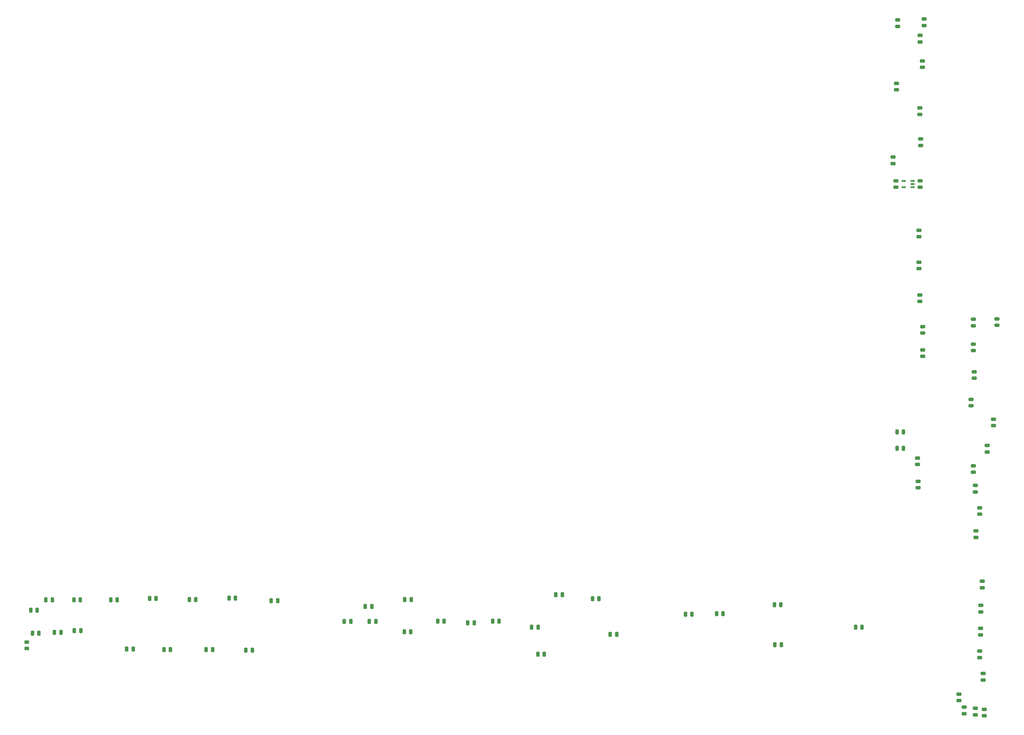
<source format=gbp>
%MOIN*%
%OFA0B0*%
%FSLAX46Y46*%
%IPPOS*%
%LPD*%
%AMRoundRect*
4,1,4,
0.07874015748031496,0.11811023622047245,
0.15748031496062992,0.19685039370078741,
0.23622047244094491,0.27559055118110237,
0.31496062992125984,0.35433070866141736,
0.07874015748031496,0.11811023622047245,
0*
1,1,$1,$2,$3*
1,1,$1,$2,$3*
1,1,$1,$2,$3*
1,1,$1,$2,$3*
20,1,$1,$2,$3,$4,$5,0*
20,1,$1,$2,$3,$4,$5,0*
20,1,$1,$2,$3,$4,$5,0*
20,1,$1,$2,$3,$4,$5,0*%
%AMCOMP189*
4,1,3,
-0.018700787401574805,0.00984251968503937,
-0.018700787401574805,-0.00984251968503937,
0.018700787401574805,-0.00984251968503937,
0.018700787401574805,0.00984251968503937,
0*
4,1,19,
-0.018700787401574805,0.01968503937007874,
-0.015659281551427682,0.019203312168259386,
-0.012915499485310303,0.017805285377706176,
-0.010738021708907997,0.015627807601303872,
-0.0093399949183547871,0.012884025535186491,
-0.0088582677165354329,0.00984251968503937,
-0.0093399949183547871,0.0068010138348922507,
-0.010738021708907997,0.0040572317687748724,
-0.012915499485310301,0.0018797539923725657,
-0.015659281551427682,0.00048172720181935506,
-0.0187007874015748,0,
-0.021742293251721927,0.00048172720181935506,
-0.0244860753178393,0.0018797539923725635,
-0.026663553094241611,0.00405723176877487,
-0.02806157988479482,0.0068010138348922489,
-0.028543307086614175,0.0098425196850393682,
-0.02806157988479482,0.012884025535186489,
-0.026663553094241611,0.015627807601303868,
-0.024486075317839306,0.017805285377706176,
-0.021742293251721924,0.019203312168259386,
0*
4,1,19,
-0.018700787401574805,0,
-0.015659281551427682,-0.00048172720181935506,
-0.012915499485310303,-0.0018797539923725646,
-0.010738021708907997,-0.0040572317687748707,
-0.0093399949183547871,-0.00680101383489225,
-0.0088582677165354329,-0.00984251968503937,
-0.0093399949183547871,-0.012884025535186491,
-0.010738021708907997,-0.015627807601303868,
-0.012915499485310301,-0.017805285377706176,
-0.015659281551427682,-0.019203312168259386,
-0.0187007874015748,-0.01968503937007874,
-0.021742293251721927,-0.019203312168259386,
-0.0244860753178393,-0.017805285377706176,
-0.026663553094241611,-0.015627807601303872,
-0.02806157988479482,-0.012884025535186491,
-0.028543307086614175,-0.0098425196850393734,
-0.02806157988479482,-0.0068010138348922524,
-0.026663553094241611,-0.0040572317687748733,
-0.024486075317839306,-0.0018797539923725657,
-0.021742293251721924,-0.00048172720181935506,
0*
4,1,19,
0.018700787401574805,0,
0.021742293251721924,-0.00048172720181935506,
0.0244860753178393,-0.0018797539923725646,
0.026663553094241611,-0.0040572317687748707,
0.02806157988479482,-0.00680101383489225,
0.028543307086614175,-0.00984251968503937,
0.02806157988479482,-0.012884025535186491,
0.026663553094241611,-0.015627807601303868,
0.024486075317839306,-0.017805285377706176,
0.021742293251721924,-0.019203312168259386,
0.018700787401574805,-0.01968503937007874,
0.015659281551427682,-0.019203312168259386,
0.012915499485310306,-0.017805285377706176,
0.010738021708907997,-0.015627807601303872,
0.0093399949183547871,-0.012884025535186491,
0.0088582677165354329,-0.0098425196850393734,
0.0093399949183547871,-0.0068010138348922524,
0.010738021708907997,-0.0040572317687748733,
0.012915499485310301,-0.0018797539923725657,
0.015659281551427682,-0.00048172720181935506,
0*
4,1,19,
0.018700787401574805,0.01968503937007874,
0.021742293251721924,0.019203312168259386,
0.0244860753178393,0.017805285377706176,
0.026663553094241611,0.015627807601303872,
0.02806157988479482,0.012884025535186491,
0.028543307086614175,0.00984251968503937,
0.02806157988479482,0.0068010138348922507,
0.026663553094241611,0.0040572317687748724,
0.024486075317839306,0.0018797539923725657,
0.021742293251721924,0.00048172720181935506,
0.018700787401574805,0,
0.015659281551427682,0.00048172720181935506,
0.012915499485310306,0.0018797539923725635,
0.010738021708907997,0.00405723176877487,
0.0093399949183547871,0.0068010138348922489,
0.0088582677165354329,0.0098425196850393682,
0.0093399949183547871,0.012884025535186489,
0.010738021708907997,0.015627807601303868,
0.012915499485310301,0.017805285377706176,
0.015659281551427682,0.019203312168259386,
0*
4,1,3,
-0.028543307086614175,0.00984251968503937,
-0.0088582677165354329,0.00984251968503937,
-0.0088582677165354329,-0.00984251968503937,
-0.028543307086614175,-0.00984251968503937,
0*
4,1,3,
-0.018700787401574805,-0.01968503937007874,
-0.018700787401574805,0,
0.018700787401574805,0,
0.018700787401574805,-0.01968503937007874,
0*
4,1,3,
0.028543307086614175,-0.00984251968503937,
0.0088582677165354329,-0.00984251968503937,
0.0088582677165354329,0.00984251968503937,
0.028543307086614175,0.00984251968503937,
0*
4,1,3,
0.018700787401574805,0.01968503937007874,
0.018700787401574805,0,
-0.018700787401574805,0,
-0.018700787401574805,0.01968503937007874,
0*%
%AMCOMP190*
4,1,3,
0.018700787401574805,-0.00984251968503937,
0.018700787401574805,0.00984251968503937,
-0.018700787401574805,0.00984251968503937,
-0.018700787401574805,-0.00984251968503937,
0*
4,1,19,
0.018700787401574805,0,
0.021742293251721924,-0.00048172720181935506,
0.0244860753178393,-0.0018797539923725646,
0.026663553094241611,-0.0040572317687748707,
0.02806157988479482,-0.00680101383489225,
0.028543307086614175,-0.00984251968503937,
0.02806157988479482,-0.012884025535186491,
0.026663553094241611,-0.015627807601303868,
0.024486075317839306,-0.017805285377706176,
0.021742293251721924,-0.019203312168259386,
0.018700787401574805,-0.01968503937007874,
0.015659281551427682,-0.019203312168259386,
0.012915499485310306,-0.017805285377706176,
0.010738021708907997,-0.015627807601303872,
0.0093399949183547871,-0.012884025535186491,
0.0088582677165354329,-0.0098425196850393734,
0.0093399949183547871,-0.0068010138348922524,
0.010738021708907997,-0.0040572317687748733,
0.012915499485310301,-0.0018797539923725657,
0.015659281551427682,-0.00048172720181935506,
0*
4,1,19,
0.018700787401574805,0.01968503937007874,
0.021742293251721924,0.019203312168259386,
0.0244860753178393,0.017805285377706176,
0.026663553094241611,0.015627807601303872,
0.02806157988479482,0.012884025535186491,
0.028543307086614175,0.00984251968503937,
0.02806157988479482,0.0068010138348922507,
0.026663553094241611,0.0040572317687748724,
0.024486075317839306,0.0018797539923725657,
0.021742293251721924,0.00048172720181935506,
0.018700787401574805,0,
0.015659281551427682,0.00048172720181935506,
0.012915499485310306,0.0018797539923725635,
0.010738021708907997,0.00405723176877487,
0.0093399949183547871,0.0068010138348922489,
0.0088582677165354329,0.0098425196850393682,
0.0093399949183547871,0.012884025535186489,
0.010738021708907997,0.015627807601303868,
0.012915499485310301,0.017805285377706176,
0.015659281551427682,0.019203312168259386,
0*
4,1,19,
-0.018700787401574805,0.01968503937007874,
-0.015659281551427682,0.019203312168259386,
-0.012915499485310303,0.017805285377706176,
-0.010738021708907997,0.015627807601303872,
-0.0093399949183547871,0.012884025535186491,
-0.0088582677165354329,0.00984251968503937,
-0.0093399949183547871,0.0068010138348922507,
-0.010738021708907997,0.0040572317687748724,
-0.012915499485310301,0.0018797539923725657,
-0.015659281551427682,0.00048172720181935506,
-0.0187007874015748,0,
-0.021742293251721927,0.00048172720181935506,
-0.0244860753178393,0.0018797539923725635,
-0.026663553094241611,0.00405723176877487,
-0.02806157988479482,0.0068010138348922489,
-0.028543307086614175,0.0098425196850393682,
-0.02806157988479482,0.012884025535186489,
-0.026663553094241611,0.015627807601303868,
-0.024486075317839306,0.017805285377706176,
-0.021742293251721924,0.019203312168259386,
0*
4,1,19,
-0.018700787401574805,0,
-0.015659281551427682,-0.00048172720181935506,
-0.012915499485310303,-0.0018797539923725646,
-0.010738021708907997,-0.0040572317687748707,
-0.0093399949183547871,-0.00680101383489225,
-0.0088582677165354329,-0.00984251968503937,
-0.0093399949183547871,-0.012884025535186491,
-0.010738021708907997,-0.015627807601303868,
-0.012915499485310301,-0.017805285377706176,
-0.015659281551427682,-0.019203312168259386,
-0.0187007874015748,-0.01968503937007874,
-0.021742293251721927,-0.019203312168259386,
-0.0244860753178393,-0.017805285377706176,
-0.026663553094241611,-0.015627807601303872,
-0.02806157988479482,-0.012884025535186491,
-0.028543307086614175,-0.0098425196850393734,
-0.02806157988479482,-0.0068010138348922524,
-0.026663553094241611,-0.0040572317687748733,
-0.024486075317839306,-0.0018797539923725657,
-0.021742293251721924,-0.00048172720181935506,
0*
4,1,3,
0.028543307086614175,-0.00984251968503937,
0.0088582677165354329,-0.00984251968503937,
0.0088582677165354329,0.00984251968503937,
0.028543307086614175,0.00984251968503937,
0*
4,1,3,
0.018700787401574805,0.01968503937007874,
0.018700787401574805,0,
-0.018700787401574805,0,
-0.018700787401574805,0.01968503937007874,
0*
4,1,3,
-0.028543307086614175,0.00984251968503937,
-0.0088582677165354329,0.00984251968503937,
-0.0088582677165354329,-0.00984251968503937,
-0.028543307086614175,-0.00984251968503937,
0*
4,1,3,
-0.018700787401574805,-0.01968503937007874,
-0.018700787401574805,0,
0.018700787401574805,0,
0.018700787401574805,-0.01968503937007874,
0*%
%AMRoundRect0*
4,1,4,
0.07874015748031496,0.11811023622047245,
0.15748031496062992,0.19685039370078741,
0.23622047244094491,0.27559055118110237,
0.31496062992125984,0.35433070866141736,
0.07874015748031496,0.11811023622047245,
0*
1,1,$1,$2,$3*
1,1,$1,$2,$3*
1,1,$1,$2,$3*
1,1,$1,$2,$3*
20,1,$1,$2,$3,$4,$5,0*
20,1,$1,$2,$3,$4,$5,0*
20,1,$1,$2,$3,$4,$5,0*
20,1,$1,$2,$3,$4,$5,0*%
%AMCOMP1970*
4,1,3,
-0.018700787401574805,0.00984251968503937,
-0.018700787401574805,-0.00984251968503937,
0.018700787401574805,-0.00984251968503937,
0.018700787401574805,0.00984251968503937,
0*
4,1,19,
-0.018700787401574805,0.01968503937007874,
-0.015659281551427682,0.019203312168259386,
-0.012915499485310303,0.017805285377706176,
-0.010738021708907997,0.015627807601303872,
-0.0093399949183547871,0.012884025535186491,
-0.0088582677165354329,0.00984251968503937,
-0.0093399949183547871,0.0068010138348922507,
-0.010738021708907997,0.0040572317687748724,
-0.012915499485310301,0.0018797539923725657,
-0.015659281551427682,0.00048172720181935506,
-0.0187007874015748,0,
-0.021742293251721927,0.00048172720181935506,
-0.0244860753178393,0.0018797539923725635,
-0.026663553094241611,0.00405723176877487,
-0.02806157988479482,0.0068010138348922489,
-0.028543307086614175,0.0098425196850393682,
-0.02806157988479482,0.012884025535186489,
-0.026663553094241611,0.015627807601303868,
-0.024486075317839306,0.017805285377706176,
-0.021742293251721924,0.019203312168259386,
0*
4,1,19,
-0.018700787401574805,0,
-0.015659281551427682,-0.00048172720181935506,
-0.012915499485310303,-0.0018797539923725646,
-0.010738021708907997,-0.0040572317687748707,
-0.0093399949183547871,-0.00680101383489225,
-0.0088582677165354329,-0.00984251968503937,
-0.0093399949183547871,-0.012884025535186491,
-0.010738021708907997,-0.015627807601303868,
-0.012915499485310301,-0.017805285377706176,
-0.015659281551427682,-0.019203312168259386,
-0.0187007874015748,-0.01968503937007874,
-0.021742293251721927,-0.019203312168259386,
-0.0244860753178393,-0.017805285377706176,
-0.026663553094241611,-0.015627807601303872,
-0.02806157988479482,-0.012884025535186491,
-0.028543307086614175,-0.0098425196850393734,
-0.02806157988479482,-0.0068010138348922524,
-0.026663553094241611,-0.0040572317687748733,
-0.024486075317839306,-0.0018797539923725657,
-0.021742293251721924,-0.00048172720181935506,
0*
4,1,19,
0.018700787401574805,0,
0.021742293251721924,-0.00048172720181935506,
0.0244860753178393,-0.0018797539923725646,
0.026663553094241611,-0.0040572317687748707,
0.02806157988479482,-0.00680101383489225,
0.028543307086614175,-0.00984251968503937,
0.02806157988479482,-0.012884025535186491,
0.026663553094241611,-0.015627807601303868,
0.024486075317839306,-0.017805285377706176,
0.021742293251721924,-0.019203312168259386,
0.018700787401574805,-0.01968503937007874,
0.015659281551427682,-0.019203312168259386,
0.012915499485310306,-0.017805285377706176,
0.010738021708907997,-0.015627807601303872,
0.0093399949183547871,-0.012884025535186491,
0.0088582677165354329,-0.0098425196850393734,
0.0093399949183547871,-0.0068010138348922524,
0.010738021708907997,-0.0040572317687748733,
0.012915499485310301,-0.0018797539923725657,
0.015659281551427682,-0.00048172720181935506,
0*
4,1,19,
0.018700787401574805,0.01968503937007874,
0.021742293251721924,0.019203312168259386,
0.0244860753178393,0.017805285377706176,
0.026663553094241611,0.015627807601303872,
0.02806157988479482,0.012884025535186491,
0.028543307086614175,0.00984251968503937,
0.02806157988479482,0.0068010138348922507,
0.026663553094241611,0.0040572317687748724,
0.024486075317839306,0.0018797539923725657,
0.021742293251721924,0.00048172720181935506,
0.018700787401574805,0,
0.015659281551427682,0.00048172720181935506,
0.012915499485310306,0.0018797539923725635,
0.010738021708907997,0.00405723176877487,
0.0093399949183547871,0.0068010138348922489,
0.0088582677165354329,0.0098425196850393682,
0.0093399949183547871,0.012884025535186489,
0.010738021708907997,0.015627807601303868,
0.012915499485310301,0.017805285377706176,
0.015659281551427682,0.019203312168259386,
0*
4,1,3,
-0.028543307086614175,0.00984251968503937,
-0.0088582677165354329,0.00984251968503937,
-0.0088582677165354329,-0.00984251968503937,
-0.028543307086614175,-0.00984251968503937,
0*
4,1,3,
-0.018700787401574805,-0.01968503937007874,
-0.018700787401574805,0,
0.018700787401574805,0,
0.018700787401574805,-0.01968503937007874,
0*
4,1,3,
0.028543307086614175,-0.00984251968503937,
0.0088582677165354329,-0.00984251968503937,
0.0088582677165354329,0.00984251968503937,
0.028543307086614175,0.00984251968503937,
0*
4,1,3,
0.018700787401574805,0.01968503937007874,
0.018700787401574805,0,
-0.018700787401574805,0,
-0.018700787401574805,0.01968503937007874,
0*%
%AMRoundRect1*
4,1,4,
0.07874015748031496,0.11811023622047245,
0.15748031496062992,0.19685039370078741,
0.23622047244094491,0.27559055118110237,
0.31496062992125984,0.35433070866141736,
0.07874015748031496,0.11811023622047245,
0*
1,1,$1,$2,$3*
1,1,$1,$2,$3*
1,1,$1,$2,$3*
1,1,$1,$2,$3*
20,1,$1,$2,$3,$4,$5,0*
20,1,$1,$2,$3,$4,$5,0*
20,1,$1,$2,$3,$4,$5,0*
20,1,$1,$2,$3,$4,$5,0*%
%AMCOMP2280*
4,1,3,
0.00984251968503937,0.018700787401574805,
-0.00984251968503937,0.018700787401574805,
-0.00984251968503937,-0.018700787401574805,
0.00984251968503937,-0.018700787401574805,
0*
4,1,19,
0.00984251968503937,0.028543307086614175,
0.012884025535186491,0.02806157988479482,
0.015627807601303872,0.026663553094241611,
0.017805285377706176,0.0244860753178393,
0.019203312168259386,0.021742293251721924,
0.01968503937007874,0.018700787401574805,
0.019203312168259386,0.015659281551427682,
0.017805285377706176,0.012915499485310306,
0.015627807601303872,0.010738021708907997,
0.012884025535186491,0.0093399949183547871,
0.0098425196850393734,0.0088582677165354329,
0.0068010138348922481,0.0093399949183547871,
0.0040572317687748724,0.010738021708907997,
0.0018797539923725657,0.012915499485310301,
0.00048172720181935506,0.015659281551427682,
0,0.0187007874015748,
0.00048172720181935392,0.02174229325172192,
0.0018797539923725635,0.0244860753178393,
0.004057231768774869,0.026663553094241611,
0.0068010138348922481,0.02806157988479482,
0*
4,1,19,
-0.00984251968503937,0.028543307086614175,
-0.00680101383489225,0.02806157988479482,
-0.0040572317687748707,0.026663553094241611,
-0.0018797539923725646,0.0244860753178393,
-0.00048172720181935506,0.021742293251721924,
0,0.018700787401574805,
-0.00048172720181935392,0.015659281551427682,
-0.0018797539923725646,0.012915499485310306,
-0.00405723176877487,0.010738021708907997,
-0.00680101383489225,0.0093399949183547871,
-0.00984251968503937,0.0088582677165354329,
-0.012884025535186494,0.0093399949183547871,
-0.015627807601303868,0.010738021708907997,
-0.017805285377706176,0.012915499485310301,
-0.019203312168259386,0.015659281551427682,
-0.01968503937007874,0.0187007874015748,
-0.019203312168259386,0.02174229325172192,
-0.017805285377706176,0.0244860753178393,
-0.015627807601303872,0.026663553094241611,
-0.012884025535186494,0.02806157988479482,
0*
4,1,19,
-0.00984251968503937,-0.0088582677165354329,
-0.00680101383489225,-0.0093399949183547871,
-0.0040572317687748707,-0.010738021708907997,
-0.0018797539923725646,-0.012915499485310303,
-0.00048172720181935506,-0.015659281551427682,
0,-0.018700787401574805,
-0.00048172720181935392,-0.021742293251721924,
-0.0018797539923725646,-0.0244860753178393,
-0.00405723176877487,-0.026663553094241611,
-0.00680101383489225,-0.02806157988479482,
-0.00984251968503937,-0.028543307086614175,
-0.012884025535186494,-0.02806157988479482,
-0.015627807601303868,-0.026663553094241611,
-0.017805285377706176,-0.024486075317839306,
-0.019203312168259386,-0.021742293251721924,
-0.01968503937007874,-0.018700787401574805,
-0.019203312168259386,-0.015659281551427685,
-0.017805285377706176,-0.012915499485310306,
-0.015627807601303872,-0.010738021708907997,
-0.012884025535186494,-0.0093399949183547871,
0*
4,1,19,
0.00984251968503937,-0.0088582677165354329,
0.012884025535186491,-0.0093399949183547871,
0.015627807601303872,-0.010738021708907997,
0.017805285377706176,-0.012915499485310303,
0.019203312168259386,-0.015659281551427682,
0.01968503937007874,-0.018700787401574805,
0.019203312168259386,-0.021742293251721924,
0.017805285377706176,-0.0244860753178393,
0.015627807601303872,-0.026663553094241611,
0.012884025535186491,-0.02806157988479482,
0.0098425196850393734,-0.028543307086614175,
0.0068010138348922481,-0.02806157988479482,
0.0040572317687748724,-0.026663553094241611,
0.0018797539923725657,-0.024486075317839306,
0.00048172720181935506,-0.021742293251721924,
0,-0.018700787401574805,
0.00048172720181935392,-0.015659281551427685,
0.0018797539923725635,-0.012915499485310306,
0.004057231768774869,-0.010738021708907997,
0.0068010138348922481,-0.0093399949183547871,
0*
4,1,3,
0.00984251968503937,0.028543307086614175,
0.00984251968503937,0.0088582677165354329,
-0.00984251968503937,0.0088582677165354329,
-0.00984251968503937,0.028543307086614175,
0*
4,1,3,
-0.01968503937007874,0.018700787401574805,
0,0.018700787401574805,
0,-0.018700787401574805,
-0.01968503937007874,-0.018700787401574805,
0*
4,1,3,
-0.00984251968503937,-0.028543307086614175,
-0.00984251968503937,-0.0088582677165354329,
0.00984251968503937,-0.0088582677165354329,
0.00984251968503937,-0.028543307086614175,
0*
4,1,3,
0.01968503937007874,-0.018700787401574805,
0,-0.018700787401574805,
0,0.018700787401574805,
0.01968503937007874,0.018700787401574805,
0*%
%AMCOMP2290*
4,1,3,
-0.018700787401574805,0.00984251968503937,
-0.018700787401574805,-0.00984251968503937,
0.018700787401574805,-0.00984251968503937,
0.018700787401574805,0.00984251968503937,
0*
4,1,19,
-0.018700787401574805,0.01968503937007874,
-0.015659281551427682,0.019203312168259386,
-0.012915499485310303,0.017805285377706176,
-0.010738021708907997,0.015627807601303872,
-0.0093399949183547871,0.012884025535186491,
-0.0088582677165354329,0.00984251968503937,
-0.0093399949183547871,0.0068010138348922507,
-0.010738021708907997,0.0040572317687748724,
-0.012915499485310301,0.0018797539923725657,
-0.015659281551427682,0.00048172720181935506,
-0.0187007874015748,0,
-0.021742293251721927,0.00048172720181935506,
-0.0244860753178393,0.0018797539923725635,
-0.026663553094241611,0.00405723176877487,
-0.02806157988479482,0.0068010138348922489,
-0.028543307086614175,0.0098425196850393682,
-0.02806157988479482,0.012884025535186489,
-0.026663553094241611,0.015627807601303868,
-0.024486075317839306,0.017805285377706176,
-0.021742293251721924,0.019203312168259386,
0*
4,1,19,
-0.018700787401574805,0,
-0.015659281551427682,-0.00048172720181935506,
-0.012915499485310303,-0.0018797539923725646,
-0.010738021708907997,-0.0040572317687748707,
-0.0093399949183547871,-0.00680101383489225,
-0.0088582677165354329,-0.00984251968503937,
-0.0093399949183547871,-0.012884025535186491,
-0.010738021708907997,-0.015627807601303868,
-0.012915499485310301,-0.017805285377706176,
-0.015659281551427682,-0.019203312168259386,
-0.0187007874015748,-0.01968503937007874,
-0.021742293251721927,-0.019203312168259386,
-0.0244860753178393,-0.017805285377706176,
-0.026663553094241611,-0.015627807601303872,
-0.02806157988479482,-0.012884025535186491,
-0.028543307086614175,-0.0098425196850393734,
-0.02806157988479482,-0.0068010138348922524,
-0.026663553094241611,-0.0040572317687748733,
-0.024486075317839306,-0.0018797539923725657,
-0.021742293251721924,-0.00048172720181935506,
0*
4,1,19,
0.018700787401574805,0,
0.021742293251721924,-0.00048172720181935506,
0.0244860753178393,-0.0018797539923725646,
0.026663553094241611,-0.0040572317687748707,
0.02806157988479482,-0.00680101383489225,
0.028543307086614175,-0.00984251968503937,
0.02806157988479482,-0.012884025535186491,
0.026663553094241611,-0.015627807601303868,
0.024486075317839306,-0.017805285377706176,
0.021742293251721924,-0.019203312168259386,
0.018700787401574805,-0.01968503937007874,
0.015659281551427682,-0.019203312168259386,
0.012915499485310306,-0.017805285377706176,
0.010738021708907997,-0.015627807601303872,
0.0093399949183547871,-0.012884025535186491,
0.0088582677165354329,-0.0098425196850393734,
0.0093399949183547871,-0.0068010138348922524,
0.010738021708907997,-0.0040572317687748733,
0.012915499485310301,-0.0018797539923725657,
0.015659281551427682,-0.00048172720181935506,
0*
4,1,19,
0.018700787401574805,0.01968503937007874,
0.021742293251721924,0.019203312168259386,
0.0244860753178393,0.017805285377706176,
0.026663553094241611,0.015627807601303872,
0.02806157988479482,0.012884025535186491,
0.028543307086614175,0.00984251968503937,
0.02806157988479482,0.0068010138348922507,
0.026663553094241611,0.0040572317687748724,
0.024486075317839306,0.0018797539923725657,
0.021742293251721924,0.00048172720181935506,
0.018700787401574805,0,
0.015659281551427682,0.00048172720181935506,
0.012915499485310306,0.0018797539923725635,
0.010738021708907997,0.00405723176877487,
0.0093399949183547871,0.0068010138348922489,
0.0088582677165354329,0.0098425196850393682,
0.0093399949183547871,0.012884025535186489,
0.010738021708907997,0.015627807601303868,
0.012915499485310301,0.017805285377706176,
0.015659281551427682,0.019203312168259386,
0*
4,1,3,
-0.028543307086614175,0.00984251968503937,
-0.0088582677165354329,0.00984251968503937,
-0.0088582677165354329,-0.00984251968503937,
-0.028543307086614175,-0.00984251968503937,
0*
4,1,3,
-0.018700787401574805,-0.01968503937007874,
-0.018700787401574805,0,
0.018700787401574805,0,
0.018700787401574805,-0.01968503937007874,
0*
4,1,3,
0.028543307086614175,-0.00984251968503937,
0.0088582677165354329,-0.00984251968503937,
0.0088582677165354329,0.00984251968503937,
0.028543307086614175,0.00984251968503937,
0*
4,1,3,
0.018700787401574805,0.01968503937007874,
0.018700787401574805,0,
-0.018700787401574805,0,
-0.018700787401574805,0.01968503937007874,
0*%
%AMRoundRect0*
4,1,4,
0.07874015748031496,0.11811023622047245,
0.15748031496062992,0.19685039370078741,
0.23622047244094491,0.27559055118110237,
0.31496062992125984,0.35433070866141736,
0.07874015748031496,0.11811023622047245,
0*
1,1,$1,$2,$3*
1,1,$1,$2,$3*
1,1,$1,$2,$3*
1,1,$1,$2,$3*
20,1,$1,$2,$3,$4,$5,0*
20,1,$1,$2,$3,$4,$5,0*
20,1,$1,$2,$3,$4,$5,0*
20,1,$1,$2,$3,$4,$5,0*%
%AMCOMP2440*
4,1,3,
-0.018700787401574805,0.00984251968503937,
-0.018700787401574805,-0.00984251968503937,
0.018700787401574805,-0.00984251968503937,
0.018700787401574805,0.00984251968503937,
0*
4,1,19,
-0.018700787401574805,0.01968503937007874,
-0.015659281551427682,0.019203312168259386,
-0.012915499485310303,0.017805285377706176,
-0.010738021708907997,0.015627807601303872,
-0.0093399949183547871,0.012884025535186491,
-0.0088582677165354329,0.00984251968503937,
-0.0093399949183547871,0.0068010138348922507,
-0.010738021708907997,0.0040572317687748724,
-0.012915499485310301,0.0018797539923725657,
-0.015659281551427682,0.00048172720181935506,
-0.0187007874015748,0,
-0.021742293251721927,0.00048172720181935506,
-0.0244860753178393,0.0018797539923725635,
-0.026663553094241611,0.00405723176877487,
-0.02806157988479482,0.0068010138348922489,
-0.028543307086614175,0.0098425196850393682,
-0.02806157988479482,0.012884025535186489,
-0.026663553094241611,0.015627807601303868,
-0.024486075317839306,0.017805285377706176,
-0.021742293251721924,0.019203312168259386,
0*
4,1,19,
-0.018700787401574805,0,
-0.015659281551427682,-0.00048172720181935506,
-0.012915499485310303,-0.0018797539923725646,
-0.010738021708907997,-0.0040572317687748707,
-0.0093399949183547871,-0.00680101383489225,
-0.0088582677165354329,-0.00984251968503937,
-0.0093399949183547871,-0.012884025535186491,
-0.010738021708907997,-0.015627807601303868,
-0.012915499485310301,-0.017805285377706176,
-0.015659281551427682,-0.019203312168259386,
-0.0187007874015748,-0.01968503937007874,
-0.021742293251721927,-0.019203312168259386,
-0.0244860753178393,-0.017805285377706176,
-0.026663553094241611,-0.015627807601303872,
-0.02806157988479482,-0.012884025535186491,
-0.028543307086614175,-0.0098425196850393734,
-0.02806157988479482,-0.0068010138348922524,
-0.026663553094241611,-0.0040572317687748733,
-0.024486075317839306,-0.0018797539923725657,
-0.021742293251721924,-0.00048172720181935506,
0*
4,1,19,
0.018700787401574805,0,
0.021742293251721924,-0.00048172720181935506,
0.0244860753178393,-0.0018797539923725646,
0.026663553094241611,-0.0040572317687748707,
0.02806157988479482,-0.00680101383489225,
0.028543307086614175,-0.00984251968503937,
0.02806157988479482,-0.012884025535186491,
0.026663553094241611,-0.015627807601303868,
0.024486075317839306,-0.017805285377706176,
0.021742293251721924,-0.019203312168259386,
0.018700787401574805,-0.01968503937007874,
0.015659281551427682,-0.019203312168259386,
0.012915499485310306,-0.017805285377706176,
0.010738021708907997,-0.015627807601303872,
0.0093399949183547871,-0.012884025535186491,
0.0088582677165354329,-0.0098425196850393734,
0.0093399949183547871,-0.0068010138348922524,
0.010738021708907997,-0.0040572317687748733,
0.012915499485310301,-0.0018797539923725657,
0.015659281551427682,-0.00048172720181935506,
0*
4,1,19,
0.018700787401574805,0.01968503937007874,
0.021742293251721924,0.019203312168259386,
0.0244860753178393,0.017805285377706176,
0.026663553094241611,0.015627807601303872,
0.02806157988479482,0.012884025535186491,
0.028543307086614175,0.00984251968503937,
0.02806157988479482,0.0068010138348922507,
0.026663553094241611,0.0040572317687748724,
0.024486075317839306,0.0018797539923725657,
0.021742293251721924,0.00048172720181935506,
0.018700787401574805,0,
0.015659281551427682,0.00048172720181935506,
0.012915499485310306,0.0018797539923725635,
0.010738021708907997,0.00405723176877487,
0.0093399949183547871,0.0068010138348922489,
0.0088582677165354329,0.0098425196850393682,
0.0093399949183547871,0.012884025535186489,
0.010738021708907997,0.015627807601303868,
0.012915499485310301,0.017805285377706176,
0.015659281551427682,0.019203312168259386,
0*
4,1,3,
-0.028543307086614175,0.00984251968503937,
-0.0088582677165354329,0.00984251968503937,
-0.0088582677165354329,-0.00984251968503937,
-0.028543307086614175,-0.00984251968503937,
0*
4,1,3,
-0.018700787401574805,-0.01968503937007874,
-0.018700787401574805,0,
0.018700787401574805,0,
0.018700787401574805,-0.01968503937007874,
0*
4,1,3,
0.028543307086614175,-0.00984251968503937,
0.0088582677165354329,-0.00984251968503937,
0.0088582677165354329,0.00984251968503937,
0.028543307086614175,0.00984251968503937,
0*
4,1,3,
0.018700787401574805,0.01968503937007874,
0.018700787401574805,0,
-0.018700787401574805,0,
-0.018700787401574805,0.01968503937007874,
0*%
%AMCOMP2450*
4,1,3,
0.018700787401574805,-0.00984251968503937,
0.018700787401574805,0.00984251968503937,
-0.018700787401574805,0.00984251968503937,
-0.018700787401574805,-0.00984251968503937,
0*
4,1,19,
0.018700787401574805,0,
0.021742293251721924,-0.00048172720181935506,
0.0244860753178393,-0.0018797539923725646,
0.026663553094241611,-0.0040572317687748707,
0.02806157988479482,-0.00680101383489225,
0.028543307086614175,-0.00984251968503937,
0.02806157988479482,-0.012884025535186491,
0.026663553094241611,-0.015627807601303868,
0.024486075317839306,-0.017805285377706176,
0.021742293251721924,-0.019203312168259386,
0.018700787401574805,-0.01968503937007874,
0.015659281551427682,-0.019203312168259386,
0.012915499485310306,-0.017805285377706176,
0.010738021708907997,-0.015627807601303872,
0.0093399949183547871,-0.012884025535186491,
0.0088582677165354329,-0.0098425196850393734,
0.0093399949183547871,-0.0068010138348922524,
0.010738021708907997,-0.0040572317687748733,
0.012915499485310301,-0.0018797539923725657,
0.015659281551427682,-0.00048172720181935506,
0*
4,1,19,
0.018700787401574805,0.01968503937007874,
0.021742293251721924,0.019203312168259386,
0.0244860753178393,0.017805285377706176,
0.026663553094241611,0.015627807601303872,
0.02806157988479482,0.012884025535186491,
0.028543307086614175,0.00984251968503937,
0.02806157988479482,0.0068010138348922507,
0.026663553094241611,0.0040572317687748724,
0.024486075317839306,0.0018797539923725657,
0.021742293251721924,0.00048172720181935506,
0.018700787401574805,0,
0.015659281551427682,0.00048172720181935506,
0.012915499485310306,0.0018797539923725635,
0.010738021708907997,0.00405723176877487,
0.0093399949183547871,0.0068010138348922489,
0.0088582677165354329,0.0098425196850393682,
0.0093399949183547871,0.012884025535186489,
0.010738021708907997,0.015627807601303868,
0.012915499485310301,0.017805285377706176,
0.015659281551427682,0.019203312168259386,
0*
4,1,19,
-0.018700787401574805,0.01968503937007874,
-0.015659281551427682,0.019203312168259386,
-0.012915499485310303,0.017805285377706176,
-0.010738021708907997,0.015627807601303872,
-0.0093399949183547871,0.012884025535186491,
-0.0088582677165354329,0.00984251968503937,
-0.0093399949183547871,0.0068010138348922507,
-0.010738021708907997,0.0040572317687748724,
-0.012915499485310301,0.0018797539923725657,
-0.015659281551427682,0.00048172720181935506,
-0.0187007874015748,0,
-0.021742293251721927,0.00048172720181935506,
-0.0244860753178393,0.0018797539923725635,
-0.026663553094241611,0.00405723176877487,
-0.02806157988479482,0.0068010138348922489,
-0.028543307086614175,0.0098425196850393682,
-0.02806157988479482,0.012884025535186489,
-0.026663553094241611,0.015627807601303868,
-0.024486075317839306,0.017805285377706176,
-0.021742293251721924,0.019203312168259386,
0*
4,1,19,
-0.018700787401574805,0,
-0.015659281551427682,-0.00048172720181935506,
-0.012915499485310303,-0.0018797539923725646,
-0.010738021708907997,-0.0040572317687748707,
-0.0093399949183547871,-0.00680101383489225,
-0.0088582677165354329,-0.00984251968503937,
-0.0093399949183547871,-0.012884025535186491,
-0.010738021708907997,-0.015627807601303868,
-0.012915499485310301,-0.017805285377706176,
-0.015659281551427682,-0.019203312168259386,
-0.0187007874015748,-0.01968503937007874,
-0.021742293251721927,-0.019203312168259386,
-0.0244860753178393,-0.017805285377706176,
-0.026663553094241611,-0.015627807601303872,
-0.02806157988479482,-0.012884025535186491,
-0.028543307086614175,-0.0098425196850393734,
-0.02806157988479482,-0.0068010138348922524,
-0.026663553094241611,-0.0040572317687748733,
-0.024486075317839306,-0.0018797539923725657,
-0.021742293251721924,-0.00048172720181935506,
0*
4,1,3,
0.028543307086614175,-0.00984251968503937,
0.0088582677165354329,-0.00984251968503937,
0.0088582677165354329,0.00984251968503937,
0.028543307086614175,0.00984251968503937,
0*
4,1,3,
0.018700787401574805,0.01968503937007874,
0.018700787401574805,0,
-0.018700787401574805,0,
-0.018700787401574805,0.01968503937007874,
0*
4,1,3,
-0.028543307086614175,0.00984251968503937,
-0.0088582677165354329,0.00984251968503937,
-0.0088582677165354329,-0.00984251968503937,
-0.028543307086614175,-0.00984251968503937,
0*
4,1,3,
-0.018700787401574805,-0.01968503937007874,
-0.018700787401574805,0,
0.018700787401574805,0,
0.018700787401574805,-0.01968503937007874,
0*%
%AMRoundRect1*
4,1,4,
0.07874015748031496,0.11811023622047245,
0.15748031496062992,0.19685039370078741,
0.23622047244094491,0.27559055118110237,
0.31496062992125984,0.35433070866141736,
0.07874015748031496,0.11811023622047245,
0*
1,1,$1,$2,$3*
1,1,$1,$2,$3*
1,1,$1,$2,$3*
1,1,$1,$2,$3*
20,1,$1,$2,$3,$4,$5,0*
20,1,$1,$2,$3,$4,$5,0*
20,1,$1,$2,$3,$4,$5,0*
20,1,$1,$2,$3,$4,$5,0*%
%AMCOMP2540*
4,1,3,
-0.018700787401574805,0.00984251968503937,
-0.018700787401574805,-0.00984251968503937,
0.018700787401574805,-0.00984251968503937,
0.018700787401574805,0.00984251968503937,
0*
4,1,19,
-0.018700787401574805,0.01968503937007874,
-0.015659281551427682,0.019203312168259386,
-0.012915499485310303,0.017805285377706176,
-0.010738021708907997,0.015627807601303872,
-0.0093399949183547871,0.012884025535186491,
-0.0088582677165354329,0.00984251968503937,
-0.0093399949183547871,0.0068010138348922507,
-0.010738021708907997,0.0040572317687748724,
-0.012915499485310301,0.0018797539923725657,
-0.015659281551427682,0.00048172720181935506,
-0.0187007874015748,0,
-0.021742293251721927,0.00048172720181935506,
-0.0244860753178393,0.0018797539923725635,
-0.026663553094241611,0.00405723176877487,
-0.02806157988479482,0.0068010138348922489,
-0.028543307086614175,0.0098425196850393682,
-0.02806157988479482,0.012884025535186489,
-0.026663553094241611,0.015627807601303868,
-0.024486075317839306,0.017805285377706176,
-0.021742293251721924,0.019203312168259386,
0*
4,1,19,
-0.018700787401574805,0,
-0.015659281551427682,-0.00048172720181935506,
-0.012915499485310303,-0.0018797539923725646,
-0.010738021708907997,-0.0040572317687748707,
-0.0093399949183547871,-0.00680101383489225,
-0.0088582677165354329,-0.00984251968503937,
-0.0093399949183547871,-0.012884025535186491,
-0.010738021708907997,-0.015627807601303868,
-0.012915499485310301,-0.017805285377706176,
-0.015659281551427682,-0.019203312168259386,
-0.0187007874015748,-0.01968503937007874,
-0.021742293251721927,-0.019203312168259386,
-0.0244860753178393,-0.017805285377706176,
-0.026663553094241611,-0.015627807601303872,
-0.02806157988479482,-0.012884025535186491,
-0.028543307086614175,-0.0098425196850393734,
-0.02806157988479482,-0.0068010138348922524,
-0.026663553094241611,-0.0040572317687748733,
-0.024486075317839306,-0.0018797539923725657,
-0.021742293251721924,-0.00048172720181935506,
0*
4,1,19,
0.018700787401574805,0,
0.021742293251721924,-0.00048172720181935506,
0.0244860753178393,-0.0018797539923725646,
0.026663553094241611,-0.0040572317687748707,
0.02806157988479482,-0.00680101383489225,
0.028543307086614175,-0.00984251968503937,
0.02806157988479482,-0.012884025535186491,
0.026663553094241611,-0.015627807601303868,
0.024486075317839306,-0.017805285377706176,
0.021742293251721924,-0.019203312168259386,
0.018700787401574805,-0.01968503937007874,
0.015659281551427682,-0.019203312168259386,
0.012915499485310306,-0.017805285377706176,
0.010738021708907997,-0.015627807601303872,
0.0093399949183547871,-0.012884025535186491,
0.0088582677165354329,-0.0098425196850393734,
0.0093399949183547871,-0.0068010138348922524,
0.010738021708907997,-0.0040572317687748733,
0.012915499485310301,-0.0018797539923725657,
0.015659281551427682,-0.00048172720181935506,
0*
4,1,19,
0.018700787401574805,0.01968503937007874,
0.021742293251721924,0.019203312168259386,
0.0244860753178393,0.017805285377706176,
0.026663553094241611,0.015627807601303872,
0.02806157988479482,0.012884025535186491,
0.028543307086614175,0.00984251968503937,
0.02806157988479482,0.0068010138348922507,
0.026663553094241611,0.0040572317687748724,
0.024486075317839306,0.0018797539923725657,
0.021742293251721924,0.00048172720181935506,
0.018700787401574805,0,
0.015659281551427682,0.00048172720181935506,
0.012915499485310306,0.0018797539923725635,
0.010738021708907997,0.00405723176877487,
0.0093399949183547871,0.0068010138348922489,
0.0088582677165354329,0.0098425196850393682,
0.0093399949183547871,0.012884025535186489,
0.010738021708907997,0.015627807601303868,
0.012915499485310301,0.017805285377706176,
0.015659281551427682,0.019203312168259386,
0*
4,1,3,
-0.028543307086614175,0.00984251968503937,
-0.0088582677165354329,0.00984251968503937,
-0.0088582677165354329,-0.00984251968503937,
-0.028543307086614175,-0.00984251968503937,
0*
4,1,3,
-0.018700787401574805,-0.01968503937007874,
-0.018700787401574805,0,
0.018700787401574805,0,
0.018700787401574805,-0.01968503937007874,
0*
4,1,3,
0.028543307086614175,-0.00984251968503937,
0.0088582677165354329,-0.00984251968503937,
0.0088582677165354329,0.00984251968503937,
0.028543307086614175,0.00984251968503937,
0*
4,1,3,
0.018700787401574805,0.01968503937007874,
0.018700787401574805,0,
-0.018700787401574805,0,
-0.018700787401574805,0.01968503937007874,
0*%
%AMCOMP2550*
4,1,3,
0.018700787401574805,-0.00984251968503937,
0.018700787401574805,0.00984251968503937,
-0.018700787401574805,0.00984251968503937,
-0.018700787401574805,-0.00984251968503937,
0*
4,1,19,
0.018700787401574805,0,
0.021742293251721924,-0.00048172720181935506,
0.0244860753178393,-0.0018797539923725646,
0.026663553094241611,-0.0040572317687748707,
0.02806157988479482,-0.00680101383489225,
0.028543307086614175,-0.00984251968503937,
0.02806157988479482,-0.012884025535186491,
0.026663553094241611,-0.015627807601303868,
0.024486075317839306,-0.017805285377706176,
0.021742293251721924,-0.019203312168259386,
0.018700787401574805,-0.01968503937007874,
0.015659281551427682,-0.019203312168259386,
0.012915499485310306,-0.017805285377706176,
0.010738021708907997,-0.015627807601303872,
0.0093399949183547871,-0.012884025535186491,
0.0088582677165354329,-0.0098425196850393734,
0.0093399949183547871,-0.0068010138348922524,
0.010738021708907997,-0.0040572317687748733,
0.012915499485310301,-0.0018797539923725657,
0.015659281551427682,-0.00048172720181935506,
0*
4,1,19,
0.018700787401574805,0.01968503937007874,
0.021742293251721924,0.019203312168259386,
0.0244860753178393,0.017805285377706176,
0.026663553094241611,0.015627807601303872,
0.02806157988479482,0.012884025535186491,
0.028543307086614175,0.00984251968503937,
0.02806157988479482,0.0068010138348922507,
0.026663553094241611,0.0040572317687748724,
0.024486075317839306,0.0018797539923725657,
0.021742293251721924,0.00048172720181935506,
0.018700787401574805,0,
0.015659281551427682,0.00048172720181935506,
0.012915499485310306,0.0018797539923725635,
0.010738021708907997,0.00405723176877487,
0.0093399949183547871,0.0068010138348922489,
0.0088582677165354329,0.0098425196850393682,
0.0093399949183547871,0.012884025535186489,
0.010738021708907997,0.015627807601303868,
0.012915499485310301,0.017805285377706176,
0.015659281551427682,0.019203312168259386,
0*
4,1,19,
-0.018700787401574805,0.01968503937007874,
-0.015659281551427682,0.019203312168259386,
-0.012915499485310303,0.017805285377706176,
-0.010738021708907997,0.015627807601303872,
-0.0093399949183547871,0.012884025535186491,
-0.0088582677165354329,0.00984251968503937,
-0.0093399949183547871,0.0068010138348922507,
-0.010738021708907997,0.0040572317687748724,
-0.012915499485310301,0.0018797539923725657,
-0.015659281551427682,0.00048172720181935506,
-0.0187007874015748,0,
-0.021742293251721927,0.00048172720181935506,
-0.0244860753178393,0.0018797539923725635,
-0.026663553094241611,0.00405723176877487,
-0.02806157988479482,0.0068010138348922489,
-0.028543307086614175,0.0098425196850393682,
-0.02806157988479482,0.012884025535186489,
-0.026663553094241611,0.015627807601303868,
-0.024486075317839306,0.017805285377706176,
-0.021742293251721924,0.019203312168259386,
0*
4,1,19,
-0.018700787401574805,0,
-0.015659281551427682,-0.00048172720181935506,
-0.012915499485310303,-0.0018797539923725646,
-0.010738021708907997,-0.0040572317687748707,
-0.0093399949183547871,-0.00680101383489225,
-0.0088582677165354329,-0.00984251968503937,
-0.0093399949183547871,-0.012884025535186491,
-0.010738021708907997,-0.015627807601303868,
-0.012915499485310301,-0.017805285377706176,
-0.015659281551427682,-0.019203312168259386,
-0.0187007874015748,-0.01968503937007874,
-0.021742293251721927,-0.019203312168259386,
-0.0244860753178393,-0.017805285377706176,
-0.026663553094241611,-0.015627807601303872,
-0.02806157988479482,-0.012884025535186491,
-0.028543307086614175,-0.0098425196850393734,
-0.02806157988479482,-0.0068010138348922524,
-0.026663553094241611,-0.0040572317687748733,
-0.024486075317839306,-0.0018797539923725657,
-0.021742293251721924,-0.00048172720181935506,
0*
4,1,3,
0.028543307086614175,-0.00984251968503937,
0.0088582677165354329,-0.00984251968503937,
0.0088582677165354329,0.00984251968503937,
0.028543307086614175,0.00984251968503937,
0*
4,1,3,
0.018700787401574805,0.01968503937007874,
0.018700787401574805,0,
-0.018700787401574805,0,
-0.018700787401574805,0.01968503937007874,
0*
4,1,3,
-0.028543307086614175,0.00984251968503937,
-0.0088582677165354329,0.00984251968503937,
-0.0088582677165354329,-0.00984251968503937,
-0.028543307086614175,-0.00984251968503937,
0*
4,1,3,
-0.018700787401574805,-0.01968503937007874,
-0.018700787401574805,0,
0.018700787401574805,0,
0.018700787401574805,-0.01968503937007874,
0*%
%AMRoundRect0*
4,1,4,
-0.11811023622047245,0.07874015748031496,
-0.19685039370078741,0.15748031496062992,
-0.27559055118110237,0.23622047244094491,
-0.35433070866141736,0.31496062992125984,
-0.11811023622047245,0.07874015748031496,
0*
1,1,$1,$2,$3*
1,1,$1,$2,$3*
1,1,$1,$2,$3*
1,1,$1,$2,$3*
20,1,$1,$2,$3,$4,$5,90*
20,1,$1,$2,$3,$4,$5,90*
20,1,$1,$2,$3,$4,$5,90*
20,1,$1,$2,$3,$4,$5,90*%
%AMCOMP2800*
4,1,3,
0.0098425196850393734,0.018700787401574805,
-0.00984251968503937,0.018700787401574805,
-0.0098425196850393734,-0.018700787401574805,
0.00984251968503937,-0.018700787401574805,
0*
4,1,19,
0.0000000000000000011450551536724983,0.018700787401574805,
0.00048172720181935636,0.021742293251721924,
0.0018797539923725659,0.0244860753178393,
0.0040572317687748724,0.026663553094241611,
0.0068010138348922524,0.02806157988479482,
0.00984251968503937,0.028543307086614175,
0.012884025535186494,0.02806157988479482,
0.015627807601303872,0.026663553094241611,
0.017805285377706179,0.024486075317839306,
0.019203312168259389,0.021742293251721924,
0.01968503937007874,0.018700787401574805,
0.019203312168259386,0.015659281551427678,
0.017805285377706176,0.012915499485310306,
0.015627807601303872,0.010738021708907997,
0.012884025535186491,0.0093399949183547871,
0.0098425196850393734,0.0088582677165354312,
0.0068010138348922533,0.0093399949183547871,
0.0040572317687748733,0.010738021708907997,
0.0018797539923725666,0.012915499485310301,
0.000481727201819356,0.015659281551427682,
0*
4,1,19,
-0.01968503937007874,0.018700787401574805,
-0.019203312168259386,0.021742293251721924,
-0.017805285377706176,0.0244860753178393,
-0.015627807601303868,0.026663553094241611,
-0.012884025535186489,0.02806157988479482,
-0.0098425196850393682,0.028543307086614175,
-0.0068010138348922489,0.02806157988479482,
-0.0040572317687748707,0.026663553094241611,
-0.0018797539923725642,0.024486075317839306,
-0.00048172720181935375,0.021742293251721924,
0.0000000000000000011450551536724986,0.018700787401574805,
-0.00048172720181935408,0.015659281551427682,
-0.0018797539923725627,0.012915499485310306,
-0.004057231768774869,0.010738021708907997,
-0.0068010138348922481,0.0093399949183547871,
-0.0098425196850393682,0.0088582677165354329,
-0.012884025535186489,0.0093399949183547871,
-0.015627807601303868,0.010738021708907997,
-0.017805285377706176,0.012915499485310301,
-0.019203312168259386,0.015659281551427682,
0*
4,1,19,
-0.01968503937007874,-0.0187007874015748,
-0.019203312168259386,-0.015659281551427682,
-0.017805285377706176,-0.012915499485310303,
-0.015627807601303872,-0.010738021708907997,
-0.012884025535186491,-0.0093399949183547871,
-0.00984251968503937,-0.0088582677165354312,
-0.0068010138348922524,-0.0093399949183547871,
-0.0040572317687748724,-0.010738021708907997,
-0.0018797539923725666,-0.012915499485310301,
-0.000481727201819356,-0.015659281551427682,
-0.0000000000000000011450551536724983,-0.0187007874015748,
-0.00048172720181935636,-0.021742293251721927,
-0.0018797539923725648,-0.0244860753178393,
-0.0040572317687748716,-0.026663553094241611,
-0.0068010138348922507,-0.02806157988479482,
-0.00984251968503937,-0.028543307086614175,
-0.012884025535186491,-0.02806157988479482,
-0.015627807601303872,-0.026663553094241611,
-0.017805285377706179,-0.024486075317839306,
-0.019203312168259389,-0.021742293251721924,
0*
4,1,19,
-0.0000000000000000011450551536724983,-0.018700787401574805,
0.00048172720181935408,-0.015659281551427682,
0.0018797539923725637,-0.012915499485310303,
0.0040572317687748707,-0.010738021708907997,
0.0068010138348922489,-0.0093399949183547871,
0.00984251968503937,-0.0088582677165354329,
0.012884025535186491,-0.0093399949183547871,
0.015627807601303868,-0.010738021708907997,
0.017805285377706176,-0.012915499485310301,
0.019203312168259386,-0.015659281551427685,
0.01968503937007874,-0.018700787401574805,
0.019203312168259386,-0.021742293251721927,
0.017805285377706176,-0.0244860753178393,
0.015627807601303872,-0.026663553094241611,
0.012884025535186489,-0.02806157988479482,
0.00984251968503937,-0.028543307086614175,
0.00680101383489225,-0.02806157988479482,
0.0040572317687748716,-0.026663553094241611,
0.0018797539923725642,-0.024486075317839306,
0.00048172720181935375,-0.021742293251721924,
0*
4,1,3,
0.0098425196850393734,0.028543307086614175,
0.00984251968503937,0.0088582677165354312,
-0.00984251968503937,0.0088582677165354329,
-0.0098425196850393682,0.028543307086614175,
0*
4,1,3,
-0.01968503937007874,0.018700787401574805,
0.0000000000000000011450551536724983,0.018700787401574805,
-0.0000000000000000011450551536724983,-0.018700787401574805,
-0.01968503937007874,-0.0187007874015748,
0*
4,1,3,
-0.0098425196850393734,-0.028543307086614175,
-0.00984251968503937,-0.0088582677165354312,
0.00984251968503937,-0.0088582677165354329,
0.0098425196850393682,-0.028543307086614175,
0*
4,1,3,
0.01968503937007874,-0.018700787401574805,
-0.0000000000000000011450551536724983,-0.018700787401574805,
0.0000000000000000011450551536724983,0.018700787401574805,
0.01968503937007874,0.0187007874015748,
0*%
%AMCOMP2810*
4,1,3,
0.017716535433070866,-0.010334645669291339,
0.017716535433070866,0.010334645669291339,
-0.017716535433070866,0.010334645669291339,
-0.017716535433070866,-0.010334645669291339,
0*
4,1,19,
0.007874015748031496,-0.010334645669291339,
0.0083557429498508518,-0.0072931398191442192,
0.0097537697404040617,-0.00454935775302684,
0.011931247516806368,-0.0023718799766245342,
0.014675029582923747,-0.00097385318607132491,
0.017716535433070866,-0.00049212598425197,
0.020758041283217985,-0.00097385318607132415,
0.023501823349335368,-0.0023718799766245351,
0.025679301125737672,-0.00454935775302684,
0.027077327916290882,-0.0072931398191442209,
0.027559055118110236,-0.010334645669291339,
0.027077327916290882,-0.013376151519438466,
0.025679301125737675,-0.016119933585555843,
0.023501823349335368,-0.018297411361958147,
0.020758041283217992,-0.019695438152511353,
0.017716535433070866,-0.020177165354330708,
0.014675029582923747,-0.019695438152511353,
0.011931247516806368,-0.018297411361958147,
0.0097537697404040617,-0.016119933585555843,
0.00835574294985085,-0.013376151519438462,
0*
4,1,19,
0.0078740157480314977,0.010334645669291339,
0.0083557429498508536,0.01337615151943846,
0.0097537697404040634,0.016119933585555839,
0.011931247516806369,0.018297411361958147,
0.014675029582923748,0.019695438152511353,
0.017716535433070869,0.020177165354330708,
0.020758041283217985,0.019695438152511353,
0.023501823349335368,0.018297411361958144,
0.025679301125737672,0.016119933585555836,
0.027077327916290882,0.013376151519438459,
0.027559055118110236,0.010334645669291339,
0.027077327916290882,0.0072931398191442148,
0.025679301125737675,0.0045493577530268392,
0.023501823349335368,0.0023718799766245333,
0.020758041283217992,0.00097385318607132274,
0.017716535433070869,0.00049212598425196785,
0.014675029582923748,0.000973853186071322,
0.011931247516806369,0.0023718799766245316,
0.0097537697404040634,0.0045493577530268375,
0.0083557429498508518,0.0072931398191442166,
0*
4,1,19,
-0.027559055118110236,0.010334645669291341,
-0.027077327916290882,0.013376151519438462,
-0.025679301125737672,0.016119933585555843,
-0.023501823349335368,0.018297411361958147,
-0.020758041283217985,0.019695438152511353,
-0.017716535433070866,0.020177165354330708,
-0.014675029582923747,0.019695438152511353,
-0.011931247516806366,0.018297411361958147,
-0.0097537697404040617,0.016119933585555839,
-0.00835574294985085,0.01337615151943846,
-0.007874015748031496,0.010334645669291341,
-0.0083557429498508518,0.0072931398191442166,
-0.00975376974040406,0.0045493577530268418,
-0.011931247516806368,0.0023718799766245355,
-0.014675029582923745,0.00097385318607132491,
-0.017716535433070866,0.00049212598425197,
-0.020758041283217985,0.00097385318607132415,
-0.023501823349335368,0.0023718799766245338,
-0.025679301125737672,0.0045493577530268392,
-0.027077327916290882,0.0072931398191442192,
0*
4,1,19,
-0.027559055118110236,-0.010334645669291338,
-0.027077327916290882,-0.0072931398191442166,
-0.025679301125737672,-0.0045493577530268383,
-0.023501823349335368,-0.002371879976624532,
-0.020758041283217985,-0.00097385318607132274,
-0.017716535433070866,-0.00049212598425196785,
-0.014675029582923748,-0.000973853186071322,
-0.011931247516806368,-0.0023718799766245329,
-0.0097537697404040634,-0.0045493577530268383,
-0.0083557429498508518,-0.0072931398191442192,
-0.0078740157480314977,-0.010334645669291338,
-0.0083557429498508536,-0.013376151519438462,
-0.0097537697404040617,-0.016119933585555839,
-0.011931247516806369,-0.018297411361958144,
-0.014675029582923747,-0.019695438152511353,
-0.017716535433070866,-0.020177165354330708,
-0.020758041283217985,-0.019695438152511353,
-0.023501823349335368,-0.018297411361958147,
-0.025679301125737672,-0.016119933585555839,
-0.027077327916290882,-0.01337615151943846,
0*
4,1,3,
0.027559055118110236,-0.010334645669291341,
0.007874015748031496,-0.010334645669291339,
0.0078740157480314977,0.010334645669291339,
0.027559055118110236,0.010334645669291338,
0*
4,1,3,
0.017716535433070869,0.020177165354330708,
0.017716535433070866,0.00049212598425196785,
-0.017716535433070866,0.00049212598425197,
-0.017716535433070866,0.020177165354330708,
0*
4,1,3,
-0.027559055118110236,0.010334645669291341,
-0.007874015748031496,0.010334645669291339,
-0.0078740157480314977,-0.010334645669291339,
-0.027559055118110236,-0.010334645669291338,
0*
4,1,3,
-0.017716535433070869,-0.020177165354330708,
-0.017716535433070866,-0.00049212598425196785,
0.017716535433070866,-0.00049212598425197,
0.017716535433070866,-0.020177165354330708,
0*%
%AMRoundRect1*
4,1,4,
-0.11811023622047245,0.07874015748031496,
-0.19685039370078741,0.15748031496062992,
-0.27559055118110237,0.23622047244094491,
-0.35433070866141736,0.31496062992125984,
-0.11811023622047245,0.07874015748031496,
0*
1,1,$1,$2,$3*
1,1,$1,$2,$3*
1,1,$1,$2,$3*
1,1,$1,$2,$3*
20,1,$1,$2,$3,$4,$5,90*
20,1,$1,$2,$3,$4,$5,90*
20,1,$1,$2,$3,$4,$5,90*
20,1,$1,$2,$3,$4,$5,90*%
%AMCOMP2930*
4,1,3,
0.0098425196850393734,0.018700787401574805,
-0.00984251968503937,0.018700787401574805,
-0.0098425196850393734,-0.018700787401574805,
0.00984251968503937,-0.018700787401574805,
0*
4,1,19,
0.0000000000000000011450551536724983,0.018700787401574805,
0.00048172720181935636,0.021742293251721924,
0.0018797539923725659,0.0244860753178393,
0.0040572317687748724,0.026663553094241611,
0.0068010138348922524,0.02806157988479482,
0.00984251968503937,0.028543307086614175,
0.012884025535186494,0.02806157988479482,
0.015627807601303872,0.026663553094241611,
0.017805285377706179,0.024486075317839306,
0.019203312168259389,0.021742293251721924,
0.01968503937007874,0.018700787401574805,
0.019203312168259386,0.015659281551427678,
0.017805285377706176,0.012915499485310306,
0.015627807601303872,0.010738021708907997,
0.012884025535186491,0.0093399949183547871,
0.0098425196850393734,0.0088582677165354312,
0.0068010138348922533,0.0093399949183547871,
0.0040572317687748733,0.010738021708907997,
0.0018797539923725666,0.012915499485310301,
0.000481727201819356,0.015659281551427682,
0*
4,1,19,
-0.01968503937007874,0.018700787401574805,
-0.019203312168259386,0.021742293251721924,
-0.017805285377706176,0.0244860753178393,
-0.015627807601303868,0.026663553094241611,
-0.012884025535186489,0.02806157988479482,
-0.0098425196850393682,0.028543307086614175,
-0.0068010138348922489,0.02806157988479482,
-0.0040572317687748707,0.026663553094241611,
-0.0018797539923725642,0.024486075317839306,
-0.00048172720181935375,0.021742293251721924,
0.0000000000000000011450551536724986,0.018700787401574805,
-0.00048172720181935408,0.015659281551427682,
-0.0018797539923725627,0.012915499485310306,
-0.004057231768774869,0.010738021708907997,
-0.0068010138348922481,0.0093399949183547871,
-0.0098425196850393682,0.0088582677165354329,
-0.012884025535186489,0.0093399949183547871,
-0.015627807601303868,0.010738021708907997,
-0.017805285377706176,0.012915499485310301,
-0.019203312168259386,0.015659281551427682,
0*
4,1,19,
-0.01968503937007874,-0.0187007874015748,
-0.019203312168259386,-0.015659281551427682,
-0.017805285377706176,-0.012915499485310303,
-0.015627807601303872,-0.010738021708907997,
-0.012884025535186491,-0.0093399949183547871,
-0.00984251968503937,-0.0088582677165354312,
-0.0068010138348922524,-0.0093399949183547871,
-0.0040572317687748724,-0.010738021708907997,
-0.0018797539923725666,-0.012915499485310301,
-0.000481727201819356,-0.015659281551427682,
-0.0000000000000000011450551536724983,-0.0187007874015748,
-0.00048172720181935636,-0.021742293251721927,
-0.0018797539923725648,-0.0244860753178393,
-0.0040572317687748716,-0.026663553094241611,
-0.0068010138348922507,-0.02806157988479482,
-0.00984251968503937,-0.028543307086614175,
-0.012884025535186491,-0.02806157988479482,
-0.015627807601303872,-0.026663553094241611,
-0.017805285377706179,-0.024486075317839306,
-0.019203312168259389,-0.021742293251721924,
0*
4,1,19,
-0.0000000000000000011450551536724983,-0.018700787401574805,
0.00048172720181935408,-0.015659281551427682,
0.0018797539923725637,-0.012915499485310303,
0.0040572317687748707,-0.010738021708907997,
0.0068010138348922489,-0.0093399949183547871,
0.00984251968503937,-0.0088582677165354329,
0.012884025535186491,-0.0093399949183547871,
0.015627807601303868,-0.010738021708907997,
0.017805285377706176,-0.012915499485310301,
0.019203312168259386,-0.015659281551427685,
0.01968503937007874,-0.018700787401574805,
0.019203312168259386,-0.021742293251721927,
0.017805285377706176,-0.0244860753178393,
0.015627807601303872,-0.026663553094241611,
0.012884025535186489,-0.02806157988479482,
0.00984251968503937,-0.028543307086614175,
0.00680101383489225,-0.02806157988479482,
0.0040572317687748716,-0.026663553094241611,
0.0018797539923725642,-0.024486075317839306,
0.00048172720181935375,-0.021742293251721924,
0*
4,1,3,
0.0098425196850393734,0.028543307086614175,
0.00984251968503937,0.0088582677165354312,
-0.00984251968503937,0.0088582677165354329,
-0.0098425196850393682,0.028543307086614175,
0*
4,1,3,
-0.01968503937007874,0.018700787401574805,
0.0000000000000000011450551536724983,0.018700787401574805,
-0.0000000000000000011450551536724983,-0.018700787401574805,
-0.01968503937007874,-0.0187007874015748,
0*
4,1,3,
-0.0098425196850393734,-0.028543307086614175,
-0.00984251968503937,-0.0088582677165354312,
0.00984251968503937,-0.0088582677165354329,
0.0098425196850393682,-0.028543307086614175,
0*
4,1,3,
0.01968503937007874,-0.018700787401574805,
-0.0000000000000000011450551536724983,-0.018700787401574805,
0.0000000000000000011450551536724983,0.018700787401574805,
0.01968503937007874,0.0187007874015748,
0*%
%AMCOMP2940*
4,1,3,
-0.0098425196850393734,-0.018700787401574805,
0.00984251968503937,-0.018700787401574805,
0.0098425196850393734,0.018700787401574805,
-0.00984251968503937,0.018700787401574805,
0*
4,1,19,
-0.01968503937007874,-0.0187007874015748,
-0.019203312168259386,-0.015659281551427682,
-0.017805285377706176,-0.012915499485310303,
-0.015627807601303872,-0.010738021708907997,
-0.012884025535186491,-0.0093399949183547871,
-0.00984251968503937,-0.0088582677165354312,
-0.0068010138348922524,-0.0093399949183547871,
-0.0040572317687748724,-0.010738021708907997,
-0.0018797539923725666,-0.012915499485310301,
-0.000481727201819356,-0.015659281551427682,
-0.0000000000000000011450551536724983,-0.0187007874015748,
-0.00048172720181935636,-0.021742293251721927,
-0.0018797539923725648,-0.0244860753178393,
-0.0040572317687748716,-0.026663553094241611,
-0.0068010138348922507,-0.02806157988479482,
-0.00984251968503937,-0.028543307086614175,
-0.012884025535186491,-0.02806157988479482,
-0.015627807601303872,-0.026663553094241611,
-0.017805285377706179,-0.024486075317839306,
-0.019203312168259389,-0.021742293251721924,
0*
4,1,19,
-0.0000000000000000011450551536724983,-0.018700787401574805,
0.00048172720181935408,-0.015659281551427682,
0.0018797539923725637,-0.012915499485310303,
0.0040572317687748707,-0.010738021708907997,
0.0068010138348922489,-0.0093399949183547871,
0.00984251968503937,-0.0088582677165354329,
0.012884025535186491,-0.0093399949183547871,
0.015627807601303868,-0.010738021708907997,
0.017805285377706176,-0.012915499485310301,
0.019203312168259386,-0.015659281551427685,
0.01968503937007874,-0.018700787401574805,
0.019203312168259386,-0.021742293251721927,
0.017805285377706176,-0.0244860753178393,
0.015627807601303872,-0.026663553094241611,
0.012884025535186489,-0.02806157988479482,
0.00984251968503937,-0.028543307086614175,
0.00680101383489225,-0.02806157988479482,
0.0040572317687748716,-0.026663553094241611,
0.0018797539923725642,-0.024486075317839306,
0.00048172720181935375,-0.021742293251721924,
0*
4,1,19,
0.0000000000000000011450551536724983,0.018700787401574805,
0.00048172720181935636,0.021742293251721924,
0.0018797539923725659,0.0244860753178393,
0.0040572317687748724,0.026663553094241611,
0.0068010138348922524,0.02806157988479482,
0.00984251968503937,0.028543307086614175,
0.012884025535186494,0.02806157988479482,
0.015627807601303872,0.026663553094241611,
0.017805285377706179,0.024486075317839306,
0.019203312168259389,0.021742293251721924,
0.01968503937007874,0.018700787401574805,
0.019203312168259386,0.015659281551427678,
0.017805285377706176,0.012915499485310306,
0.015627807601303872,0.010738021708907997,
0.012884025535186491,0.0093399949183547871,
0.0098425196850393734,0.0088582677165354312,
0.0068010138348922533,0.0093399949183547871,
0.0040572317687748733,0.010738021708907997,
0.0018797539923725666,0.012915499485310301,
0.000481727201819356,0.015659281551427682,
0*
4,1,19,
-0.01968503937007874,0.018700787401574805,
-0.019203312168259386,0.021742293251721924,
-0.017805285377706176,0.0244860753178393,
-0.015627807601303868,0.026663553094241611,
-0.012884025535186489,0.02806157988479482,
-0.0098425196850393682,0.028543307086614175,
-0.0068010138348922489,0.02806157988479482,
-0.0040572317687748707,0.026663553094241611,
-0.0018797539923725642,0.024486075317839306,
-0.00048172720181935375,0.021742293251721924,
0.0000000000000000011450551536724986,0.018700787401574805,
-0.00048172720181935408,0.015659281551427682,
-0.0018797539923725627,0.012915499485310306,
-0.004057231768774869,0.010738021708907997,
-0.0068010138348922481,0.0093399949183547871,
-0.0098425196850393682,0.0088582677165354329,
-0.012884025535186489,0.0093399949183547871,
-0.015627807601303868,0.010738021708907997,
-0.017805285377706176,0.012915499485310301,
-0.019203312168259386,0.015659281551427682,
0*
4,1,3,
-0.0098425196850393734,-0.028543307086614175,
-0.00984251968503937,-0.0088582677165354312,
0.00984251968503937,-0.0088582677165354329,
0.0098425196850393682,-0.028543307086614175,
0*
4,1,3,
0.01968503937007874,-0.018700787401574805,
-0.0000000000000000011450551536724983,-0.018700787401574805,
0.0000000000000000011450551536724983,0.018700787401574805,
0.01968503937007874,0.0187007874015748,
0*
4,1,3,
0.0098425196850393734,0.028543307086614175,
0.00984251968503937,0.0088582677165354312,
-0.00984251968503937,0.0088582677165354329,
-0.0098425196850393682,0.028543307086614175,
0*
4,1,3,
-0.01968503937007874,0.018700787401574805,
0.0000000000000000011450551536724983,0.018700787401574805,
-0.0000000000000000011450551536724983,-0.018700787401574805,
-0.01968503937007874,-0.0187007874015748,
0*%
%AMRoundRect0*
4,1,4,
-0.11811023622047245,0.07874015748031496,
-0.19685039370078741,0.15748031496062992,
-0.27559055118110237,0.23622047244094491,
-0.35433070866141736,0.31496062992125984,
-0.11811023622047245,0.07874015748031496,
0*
1,1,$1,$2,$3*
1,1,$1,$2,$3*
1,1,$1,$2,$3*
1,1,$1,$2,$3*
20,1,$1,$2,$3,$4,$5,90*
20,1,$1,$2,$3,$4,$5,90*
20,1,$1,$2,$3,$4,$5,90*
20,1,$1,$2,$3,$4,$5,90*%
%AMCOMP3060*
4,1,3,
-0.0098425196850393734,-0.018700787401574805,
0.00984251968503937,-0.018700787401574805,
0.0098425196850393734,0.018700787401574805,
-0.00984251968503937,0.018700787401574805,
0*
4,1,19,
-0.01968503937007874,-0.0187007874015748,
-0.019203312168259386,-0.015659281551427682,
-0.017805285377706176,-0.012915499485310303,
-0.015627807601303872,-0.010738021708907997,
-0.012884025535186491,-0.0093399949183547871,
-0.00984251968503937,-0.0088582677165354312,
-0.0068010138348922524,-0.0093399949183547871,
-0.0040572317687748724,-0.010738021708907997,
-0.0018797539923725666,-0.012915499485310301,
-0.000481727201819356,-0.015659281551427682,
-0.0000000000000000011450551536724983,-0.0187007874015748,
-0.00048172720181935636,-0.021742293251721927,
-0.0018797539923725648,-0.0244860753178393,
-0.0040572317687748716,-0.026663553094241611,
-0.0068010138348922507,-0.02806157988479482,
-0.00984251968503937,-0.028543307086614175,
-0.012884025535186491,-0.02806157988479482,
-0.015627807601303872,-0.026663553094241611,
-0.017805285377706179,-0.024486075317839306,
-0.019203312168259389,-0.021742293251721924,
0*
4,1,19,
-0.0000000000000000011450551536724983,-0.018700787401574805,
0.00048172720181935408,-0.015659281551427682,
0.0018797539923725637,-0.012915499485310303,
0.0040572317687748707,-0.010738021708907997,
0.0068010138348922489,-0.0093399949183547871,
0.00984251968503937,-0.0088582677165354329,
0.012884025535186491,-0.0093399949183547871,
0.015627807601303868,-0.010738021708907997,
0.017805285377706176,-0.012915499485310301,
0.019203312168259386,-0.015659281551427685,
0.01968503937007874,-0.018700787401574805,
0.019203312168259386,-0.021742293251721927,
0.017805285377706176,-0.0244860753178393,
0.015627807601303872,-0.026663553094241611,
0.012884025535186489,-0.02806157988479482,
0.00984251968503937,-0.028543307086614175,
0.00680101383489225,-0.02806157988479482,
0.0040572317687748716,-0.026663553094241611,
0.0018797539923725642,-0.024486075317839306,
0.00048172720181935375,-0.021742293251721924,
0*
4,1,19,
0.0000000000000000011450551536724983,0.018700787401574805,
0.00048172720181935636,0.021742293251721924,
0.0018797539923725659,0.0244860753178393,
0.0040572317687748724,0.026663553094241611,
0.0068010138348922524,0.02806157988479482,
0.00984251968503937,0.028543307086614175,
0.012884025535186494,0.02806157988479482,
0.015627807601303872,0.026663553094241611,
0.017805285377706179,0.024486075317839306,
0.019203312168259389,0.021742293251721924,
0.01968503937007874,0.018700787401574805,
0.019203312168259386,0.015659281551427678,
0.017805285377706176,0.012915499485310306,
0.015627807601303872,0.010738021708907997,
0.012884025535186491,0.0093399949183547871,
0.0098425196850393734,0.0088582677165354312,
0.0068010138348922533,0.0093399949183547871,
0.0040572317687748733,0.010738021708907997,
0.0018797539923725666,0.012915499485310301,
0.000481727201819356,0.015659281551427682,
0*
4,1,19,
-0.01968503937007874,0.018700787401574805,
-0.019203312168259386,0.021742293251721924,
-0.017805285377706176,0.0244860753178393,
-0.015627807601303868,0.026663553094241611,
-0.012884025535186489,0.02806157988479482,
-0.0098425196850393682,0.028543307086614175,
-0.0068010138348922489,0.02806157988479482,
-0.0040572317687748707,0.026663553094241611,
-0.0018797539923725642,0.024486075317839306,
-0.00048172720181935375,0.021742293251721924,
0.0000000000000000011450551536724986,0.018700787401574805,
-0.00048172720181935408,0.015659281551427682,
-0.0018797539923725627,0.012915499485310306,
-0.004057231768774869,0.010738021708907997,
-0.0068010138348922481,0.0093399949183547871,
-0.0098425196850393682,0.0088582677165354329,
-0.012884025535186489,0.0093399949183547871,
-0.015627807601303868,0.010738021708907997,
-0.017805285377706176,0.012915499485310301,
-0.019203312168259386,0.015659281551427682,
0*
4,1,3,
-0.0098425196850393734,-0.028543307086614175,
-0.00984251968503937,-0.0088582677165354312,
0.00984251968503937,-0.0088582677165354329,
0.0098425196850393682,-0.028543307086614175,
0*
4,1,3,
0.01968503937007874,-0.018700787401574805,
-0.0000000000000000011450551536724983,-0.018700787401574805,
0.0000000000000000011450551536724983,0.018700787401574805,
0.01968503937007874,0.0187007874015748,
0*
4,1,3,
0.0098425196850393734,0.028543307086614175,
0.00984251968503937,0.0088582677165354312,
-0.00984251968503937,0.0088582677165354329,
-0.0098425196850393682,0.028543307086614175,
0*
4,1,3,
-0.01968503937007874,0.018700787401574805,
0.0000000000000000011450551536724983,0.018700787401574805,
-0.0000000000000000011450551536724983,-0.018700787401574805,
-0.01968503937007874,-0.0187007874015748,
0*%
%AMCOMP3070*
4,1,3,
0.0098425196850393734,0.018700787401574805,
-0.00984251968503937,0.018700787401574805,
-0.0098425196850393734,-0.018700787401574805,
0.00984251968503937,-0.018700787401574805,
0*
4,1,19,
0.0000000000000000011450551536724983,0.018700787401574805,
0.00048172720181935636,0.021742293251721924,
0.0018797539923725659,0.0244860753178393,
0.0040572317687748724,0.026663553094241611,
0.0068010138348922524,0.02806157988479482,
0.00984251968503937,0.028543307086614175,
0.012884025535186494,0.02806157988479482,
0.015627807601303872,0.026663553094241611,
0.017805285377706179,0.024486075317839306,
0.019203312168259389,0.021742293251721924,
0.01968503937007874,0.018700787401574805,
0.019203312168259386,0.015659281551427678,
0.017805285377706176,0.012915499485310306,
0.015627807601303872,0.010738021708907997,
0.012884025535186491,0.0093399949183547871,
0.0098425196850393734,0.0088582677165354312,
0.0068010138348922533,0.0093399949183547871,
0.0040572317687748733,0.010738021708907997,
0.0018797539923725666,0.012915499485310301,
0.000481727201819356,0.015659281551427682,
0*
4,1,19,
-0.01968503937007874,0.018700787401574805,
-0.019203312168259386,0.021742293251721924,
-0.017805285377706176,0.0244860753178393,
-0.015627807601303868,0.026663553094241611,
-0.012884025535186489,0.02806157988479482,
-0.0098425196850393682,0.028543307086614175,
-0.0068010138348922489,0.02806157988479482,
-0.0040572317687748707,0.026663553094241611,
-0.0018797539923725642,0.024486075317839306,
-0.00048172720181935375,0.021742293251721924,
0.0000000000000000011450551536724986,0.018700787401574805,
-0.00048172720181935408,0.015659281551427682,
-0.0018797539923725627,0.012915499485310306,
-0.004057231768774869,0.010738021708907997,
-0.0068010138348922481,0.0093399949183547871,
-0.0098425196850393682,0.0088582677165354329,
-0.012884025535186489,0.0093399949183547871,
-0.015627807601303868,0.010738021708907997,
-0.017805285377706176,0.012915499485310301,
-0.019203312168259386,0.015659281551427682,
0*
4,1,19,
-0.01968503937007874,-0.0187007874015748,
-0.019203312168259386,-0.015659281551427682,
-0.017805285377706176,-0.012915499485310303,
-0.015627807601303872,-0.010738021708907997,
-0.012884025535186491,-0.0093399949183547871,
-0.00984251968503937,-0.0088582677165354312,
-0.0068010138348922524,-0.0093399949183547871,
-0.0040572317687748724,-0.010738021708907997,
-0.0018797539923725666,-0.012915499485310301,
-0.000481727201819356,-0.015659281551427682,
-0.0000000000000000011450551536724983,-0.0187007874015748,
-0.00048172720181935636,-0.021742293251721927,
-0.0018797539923725648,-0.0244860753178393,
-0.0040572317687748716,-0.026663553094241611,
-0.0068010138348922507,-0.02806157988479482,
-0.00984251968503937,-0.028543307086614175,
-0.012884025535186491,-0.02806157988479482,
-0.015627807601303872,-0.026663553094241611,
-0.017805285377706179,-0.024486075317839306,
-0.019203312168259389,-0.021742293251721924,
0*
4,1,19,
-0.0000000000000000011450551536724983,-0.018700787401574805,
0.00048172720181935408,-0.015659281551427682,
0.0018797539923725637,-0.012915499485310303,
0.0040572317687748707,-0.010738021708907997,
0.0068010138348922489,-0.0093399949183547871,
0.00984251968503937,-0.0088582677165354329,
0.012884025535186491,-0.0093399949183547871,
0.015627807601303868,-0.010738021708907997,
0.017805285377706176,-0.012915499485310301,
0.019203312168259386,-0.015659281551427685,
0.01968503937007874,-0.018700787401574805,
0.019203312168259386,-0.021742293251721927,
0.017805285377706176,-0.0244860753178393,
0.015627807601303872,-0.026663553094241611,
0.012884025535186489,-0.02806157988479482,
0.00984251968503937,-0.028543307086614175,
0.00680101383489225,-0.02806157988479482,
0.0040572317687748716,-0.026663553094241611,
0.0018797539923725642,-0.024486075317839306,
0.00048172720181935375,-0.021742293251721924,
0*
4,1,3,
0.0098425196850393734,0.028543307086614175,
0.00984251968503937,0.0088582677165354312,
-0.00984251968503937,0.0088582677165354329,
-0.0098425196850393682,0.028543307086614175,
0*
4,1,3,
-0.01968503937007874,0.018700787401574805,
0.0000000000000000011450551536724983,0.018700787401574805,
-0.0000000000000000011450551536724983,-0.018700787401574805,
-0.01968503937007874,-0.0187007874015748,
0*
4,1,3,
-0.0098425196850393734,-0.028543307086614175,
-0.00984251968503937,-0.0088582677165354312,
0.00984251968503937,-0.0088582677165354329,
0.0098425196850393682,-0.028543307086614175,
0*
4,1,3,
0.01968503937007874,-0.018700787401574805,
-0.0000000000000000011450551536724983,-0.018700787401574805,
0.0000000000000000011450551536724983,0.018700787401574805,
0.01968503937007874,0.0187007874015748,
0*%
%AMCOMP316*
4,1,3,
-0.018700787401574805,0.00984251968503937,
-0.018700787401574805,-0.00984251968503937,
0.018700787401574805,-0.00984251968503937,
0.018700787401574805,0.00984251968503937,
0*
4,1,19,
-0.018700787401574805,0.01968503937007874,
-0.015659281551427682,0.019203312168259386,
-0.012915499485310303,0.017805285377706176,
-0.010738021708907997,0.015627807601303872,
-0.0093399949183547871,0.012884025535186491,
-0.0088582677165354329,0.00984251968503937,
-0.0093399949183547871,0.0068010138348922507,
-0.010738021708907997,0.0040572317687748724,
-0.012915499485310301,0.0018797539923725657,
-0.015659281551427682,0.00048172720181935506,
-0.0187007874015748,0,
-0.021742293251721927,0.00048172720181935506,
-0.0244860753178393,0.0018797539923725635,
-0.026663553094241611,0.00405723176877487,
-0.02806157988479482,0.0068010138348922489,
-0.028543307086614175,0.0098425196850393682,
-0.02806157988479482,0.012884025535186489,
-0.026663553094241611,0.015627807601303868,
-0.024486075317839306,0.017805285377706176,
-0.021742293251721924,0.019203312168259386,
0*
4,1,19,
-0.018700787401574805,0,
-0.015659281551427682,-0.00048172720181935506,
-0.012915499485310303,-0.0018797539923725646,
-0.010738021708907997,-0.0040572317687748707,
-0.0093399949183547871,-0.00680101383489225,
-0.0088582677165354329,-0.00984251968503937,
-0.0093399949183547871,-0.012884025535186491,
-0.010738021708907997,-0.015627807601303868,
-0.012915499485310301,-0.017805285377706176,
-0.015659281551427682,-0.019203312168259386,
-0.0187007874015748,-0.01968503937007874,
-0.021742293251721927,-0.019203312168259386,
-0.0244860753178393,-0.017805285377706176,
-0.026663553094241611,-0.015627807601303872,
-0.02806157988479482,-0.012884025535186491,
-0.028543307086614175,-0.0098425196850393734,
-0.02806157988479482,-0.0068010138348922524,
-0.026663553094241611,-0.0040572317687748733,
-0.024486075317839306,-0.0018797539923725657,
-0.021742293251721924,-0.00048172720181935506,
0*
4,1,19,
0.018700787401574805,0,
0.021742293251721924,-0.00048172720181935506,
0.0244860753178393,-0.0018797539923725646,
0.026663553094241611,-0.0040572317687748707,
0.02806157988479482,-0.00680101383489225,
0.028543307086614175,-0.00984251968503937,
0.02806157988479482,-0.012884025535186491,
0.026663553094241611,-0.015627807601303868,
0.024486075317839306,-0.017805285377706176,
0.021742293251721924,-0.019203312168259386,
0.018700787401574805,-0.01968503937007874,
0.015659281551427682,-0.019203312168259386,
0.012915499485310306,-0.017805285377706176,
0.010738021708907997,-0.015627807601303872,
0.0093399949183547871,-0.012884025535186491,
0.0088582677165354329,-0.0098425196850393734,
0.0093399949183547871,-0.0068010138348922524,
0.010738021708907997,-0.0040572317687748733,
0.012915499485310301,-0.0018797539923725657,
0.015659281551427682,-0.00048172720181935506,
0*
4,1,19,
0.018700787401574805,0.01968503937007874,
0.021742293251721924,0.019203312168259386,
0.0244860753178393,0.017805285377706176,
0.026663553094241611,0.015627807601303872,
0.02806157988479482,0.012884025535186491,
0.028543307086614175,0.00984251968503937,
0.02806157988479482,0.0068010138348922507,
0.026663553094241611,0.0040572317687748724,
0.024486075317839306,0.0018797539923725657,
0.021742293251721924,0.00048172720181935506,
0.018700787401574805,0,
0.015659281551427682,0.00048172720181935506,
0.012915499485310306,0.0018797539923725635,
0.010738021708907997,0.00405723176877487,
0.0093399949183547871,0.0068010138348922489,
0.0088582677165354329,0.0098425196850393682,
0.0093399949183547871,0.012884025535186489,
0.010738021708907997,0.015627807601303868,
0.012915499485310301,0.017805285377706176,
0.015659281551427682,0.019203312168259386,
0*
4,1,3,
-0.028543307086614175,0.00984251968503937,
-0.0088582677165354329,0.00984251968503937,
-0.0088582677165354329,-0.00984251968503937,
-0.028543307086614175,-0.00984251968503937,
0*
4,1,3,
-0.018700787401574805,-0.01968503937007874,
-0.018700787401574805,0,
0.018700787401574805,0,
0.018700787401574805,-0.01968503937007874,
0*
4,1,3,
0.028543307086614175,-0.00984251968503937,
0.0088582677165354329,-0.00984251968503937,
0.0088582677165354329,0.00984251968503937,
0.028543307086614175,0.00984251968503937,
0*
4,1,3,
0.018700787401574805,0.01968503937007874,
0.018700787401574805,0,
-0.018700787401574805,0,
-0.018700787401574805,0.01968503937007874,
0*%
%ADD10COMP316,0.25X-0.475X0.25X-0.475X-0.25X0.475X-0.25X0.475X0.25X0*%
%ADD11R,0.0452755905511811X0.023622047244094488*%
%AMCOMP322*
4,1,3,
0.018700787401574805,-0.00984251968503937,
0.018700787401574805,0.00984251968503937,
-0.018700787401574805,0.00984251968503937,
-0.018700787401574805,-0.00984251968503937,
0*
4,1,19,
0.018700787401574805,0,
0.021742293251721924,-0.00048172720181935506,
0.0244860753178393,-0.0018797539923725646,
0.026663553094241611,-0.0040572317687748707,
0.02806157988479482,-0.00680101383489225,
0.028543307086614175,-0.00984251968503937,
0.02806157988479482,-0.012884025535186491,
0.026663553094241611,-0.015627807601303868,
0.024486075317839306,-0.017805285377706176,
0.021742293251721924,-0.019203312168259386,
0.018700787401574805,-0.01968503937007874,
0.015659281551427682,-0.019203312168259386,
0.012915499485310306,-0.017805285377706176,
0.010738021708907997,-0.015627807601303872,
0.0093399949183547871,-0.012884025535186491,
0.0088582677165354329,-0.0098425196850393734,
0.0093399949183547871,-0.0068010138348922524,
0.010738021708907997,-0.0040572317687748733,
0.012915499485310301,-0.0018797539923725657,
0.015659281551427682,-0.00048172720181935506,
0*
4,1,19,
0.018700787401574805,0.01968503937007874,
0.021742293251721924,0.019203312168259386,
0.0244860753178393,0.017805285377706176,
0.026663553094241611,0.015627807601303872,
0.02806157988479482,0.012884025535186491,
0.028543307086614175,0.00984251968503937,
0.02806157988479482,0.0068010138348922507,
0.026663553094241611,0.0040572317687748724,
0.024486075317839306,0.0018797539923725657,
0.021742293251721924,0.00048172720181935506,
0.018700787401574805,0,
0.015659281551427682,0.00048172720181935506,
0.012915499485310306,0.0018797539923725635,
0.010738021708907997,0.00405723176877487,
0.0093399949183547871,0.0068010138348922489,
0.0088582677165354329,0.0098425196850393682,
0.0093399949183547871,0.012884025535186489,
0.010738021708907997,0.015627807601303868,
0.012915499485310301,0.017805285377706176,
0.015659281551427682,0.019203312168259386,
0*
4,1,19,
-0.018700787401574805,0.01968503937007874,
-0.015659281551427682,0.019203312168259386,
-0.012915499485310303,0.017805285377706176,
-0.010738021708907997,0.015627807601303872,
-0.0093399949183547871,0.012884025535186491,
-0.0088582677165354329,0.00984251968503937,
-0.0093399949183547871,0.0068010138348922507,
-0.010738021708907997,0.0040572317687748724,
-0.012915499485310301,0.0018797539923725657,
-0.015659281551427682,0.00048172720181935506,
-0.0187007874015748,0,
-0.021742293251721927,0.00048172720181935506,
-0.0244860753178393,0.0018797539923725635,
-0.026663553094241611,0.00405723176877487,
-0.02806157988479482,0.0068010138348922489,
-0.028543307086614175,0.0098425196850393682,
-0.02806157988479482,0.012884025535186489,
-0.026663553094241611,0.015627807601303868,
-0.024486075317839306,0.017805285377706176,
-0.021742293251721924,0.019203312168259386,
0*
4,1,19,
-0.018700787401574805,0,
-0.015659281551427682,-0.00048172720181935506,
-0.012915499485310303,-0.0018797539923725646,
-0.010738021708907997,-0.0040572317687748707,
-0.0093399949183547871,-0.00680101383489225,
-0.0088582677165354329,-0.00984251968503937,
-0.0093399949183547871,-0.012884025535186491,
-0.010738021708907997,-0.015627807601303868,
-0.012915499485310301,-0.017805285377706176,
-0.015659281551427682,-0.019203312168259386,
-0.0187007874015748,-0.01968503937007874,
-0.021742293251721927,-0.019203312168259386,
-0.0244860753178393,-0.017805285377706176,
-0.026663553094241611,-0.015627807601303872,
-0.02806157988479482,-0.012884025535186491,
-0.028543307086614175,-0.0098425196850393734,
-0.02806157988479482,-0.0068010138348922524,
-0.026663553094241611,-0.0040572317687748733,
-0.024486075317839306,-0.0018797539923725657,
-0.021742293251721924,-0.00048172720181935506,
0*
4,1,3,
0.028543307086614175,-0.00984251968503937,
0.0088582677165354329,-0.00984251968503937,
0.0088582677165354329,0.00984251968503937,
0.028543307086614175,0.00984251968503937,
0*
4,1,3,
0.018700787401574805,0.01968503937007874,
0.018700787401574805,0,
-0.018700787401574805,0,
-0.018700787401574805,0.01968503937007874,
0*
4,1,3,
-0.028543307086614175,0.00984251968503937,
-0.0088582677165354329,0.00984251968503937,
-0.0088582677165354329,-0.00984251968503937,
-0.028543307086614175,-0.00984251968503937,
0*
4,1,3,
-0.018700787401574805,-0.01968503937007874,
-0.018700787401574805,0,
0.018700787401574805,0,
0.018700787401574805,-0.01968503937007874,
0*%
%ADD12COMP322,0.25X0.475X-0.25X0.475X0.25X-0.475X0.25X-0.475X-0.25X0*%
%AMCOMP328*
4,1,3,
-0.018700787401574805,0.00984251968503937,
-0.018700787401574805,-0.00984251968503937,
0.018700787401574805,-0.00984251968503937,
0.018700787401574805,0.00984251968503937,
0*
4,1,19,
-0.018700787401574805,0.01968503937007874,
-0.015659281551427682,0.019203312168259386,
-0.012915499485310303,0.017805285377706176,
-0.010738021708907997,0.015627807601303872,
-0.0093399949183547871,0.012884025535186491,
-0.0088582677165354329,0.00984251968503937,
-0.0093399949183547871,0.0068010138348922507,
-0.010738021708907997,0.0040572317687748724,
-0.012915499485310301,0.0018797539923725657,
-0.015659281551427682,0.00048172720181935506,
-0.0187007874015748,0,
-0.021742293251721927,0.00048172720181935506,
-0.0244860753178393,0.0018797539923725635,
-0.026663553094241611,0.00405723176877487,
-0.02806157988479482,0.0068010138348922489,
-0.028543307086614175,0.0098425196850393682,
-0.02806157988479482,0.012884025535186489,
-0.026663553094241611,0.015627807601303868,
-0.024486075317839306,0.017805285377706176,
-0.021742293251721924,0.019203312168259386,
0*
4,1,19,
-0.018700787401574805,0,
-0.015659281551427682,-0.00048172720181935506,
-0.012915499485310303,-0.0018797539923725646,
-0.010738021708907997,-0.0040572317687748707,
-0.0093399949183547871,-0.00680101383489225,
-0.0088582677165354329,-0.00984251968503937,
-0.0093399949183547871,-0.012884025535186491,
-0.010738021708907997,-0.015627807601303868,
-0.012915499485310301,-0.017805285377706176,
-0.015659281551427682,-0.019203312168259386,
-0.0187007874015748,-0.01968503937007874,
-0.021742293251721927,-0.019203312168259386,
-0.0244860753178393,-0.017805285377706176,
-0.026663553094241611,-0.015627807601303872,
-0.02806157988479482,-0.012884025535186491,
-0.028543307086614175,-0.0098425196850393734,
-0.02806157988479482,-0.0068010138348922524,
-0.026663553094241611,-0.0040572317687748733,
-0.024486075317839306,-0.0018797539923725657,
-0.021742293251721924,-0.00048172720181935506,
0*
4,1,19,
0.018700787401574805,0,
0.021742293251721924,-0.00048172720181935506,
0.0244860753178393,-0.0018797539923725646,
0.026663553094241611,-0.0040572317687748707,
0.02806157988479482,-0.00680101383489225,
0.028543307086614175,-0.00984251968503937,
0.02806157988479482,-0.012884025535186491,
0.026663553094241611,-0.015627807601303868,
0.024486075317839306,-0.017805285377706176,
0.021742293251721924,-0.019203312168259386,
0.018700787401574805,-0.01968503937007874,
0.015659281551427682,-0.019203312168259386,
0.012915499485310306,-0.017805285377706176,
0.010738021708907997,-0.015627807601303872,
0.0093399949183547871,-0.012884025535186491,
0.0088582677165354329,-0.0098425196850393734,
0.0093399949183547871,-0.0068010138348922524,
0.010738021708907997,-0.0040572317687748733,
0.012915499485310301,-0.0018797539923725657,
0.015659281551427682,-0.00048172720181935506,
0*
4,1,19,
0.018700787401574805,0.01968503937007874,
0.021742293251721924,0.019203312168259386,
0.0244860753178393,0.017805285377706176,
0.026663553094241611,0.015627807601303872,
0.02806157988479482,0.012884025535186491,
0.028543307086614175,0.00984251968503937,
0.02806157988479482,0.0068010138348922507,
0.026663553094241611,0.0040572317687748724,
0.024486075317839306,0.0018797539923725657,
0.021742293251721924,0.00048172720181935506,
0.018700787401574805,0,
0.015659281551427682,0.00048172720181935506,
0.012915499485310306,0.0018797539923725635,
0.010738021708907997,0.00405723176877487,
0.0093399949183547871,0.0068010138348922489,
0.0088582677165354329,0.0098425196850393682,
0.0093399949183547871,0.012884025535186489,
0.010738021708907997,0.015627807601303868,
0.012915499485310301,0.017805285377706176,
0.015659281551427682,0.019203312168259386,
0*
4,1,3,
-0.028543307086614175,0.00984251968503937,
-0.0088582677165354329,0.00984251968503937,
-0.0088582677165354329,-0.00984251968503937,
-0.028543307086614175,-0.00984251968503937,
0*
4,1,3,
-0.018700787401574805,-0.01968503937007874,
-0.018700787401574805,0,
0.018700787401574805,0,
0.018700787401574805,-0.01968503937007874,
0*
4,1,3,
0.028543307086614175,-0.00984251968503937,
0.0088582677165354329,-0.00984251968503937,
0.0088582677165354329,0.00984251968503937,
0.028543307086614175,0.00984251968503937,
0*
4,1,3,
0.018700787401574805,0.01968503937007874,
0.018700787401574805,0,
-0.018700787401574805,0,
-0.018700787401574805,0.01968503937007874,
0*%
%ADD23COMP328,0.25X-0.475X0.25X-0.475X-0.25X0.475X-0.25X0.475X0.25X0*%
%AMCOMP334*
4,1,3,
0.00984251968503937,0.018700787401574805,
-0.00984251968503937,0.018700787401574805,
-0.00984251968503937,-0.018700787401574805,
0.00984251968503937,-0.018700787401574805,
0*
4,1,19,
0.00984251968503937,0.028543307086614175,
0.012884025535186491,0.02806157988479482,
0.015627807601303872,0.026663553094241611,
0.017805285377706176,0.0244860753178393,
0.019203312168259386,0.021742293251721924,
0.01968503937007874,0.018700787401574805,
0.019203312168259386,0.015659281551427682,
0.017805285377706176,0.012915499485310306,
0.015627807601303872,0.010738021708907997,
0.012884025535186491,0.0093399949183547871,
0.0098425196850393734,0.0088582677165354329,
0.0068010138348922481,0.0093399949183547871,
0.0040572317687748724,0.010738021708907997,
0.0018797539923725657,0.012915499485310301,
0.00048172720181935506,0.015659281551427682,
0,0.0187007874015748,
0.00048172720181935392,0.02174229325172192,
0.0018797539923725635,0.0244860753178393,
0.004057231768774869,0.026663553094241611,
0.0068010138348922481,0.02806157988479482,
0*
4,1,19,
-0.00984251968503937,0.028543307086614175,
-0.00680101383489225,0.02806157988479482,
-0.0040572317687748707,0.026663553094241611,
-0.0018797539923725646,0.0244860753178393,
-0.00048172720181935506,0.021742293251721924,
0,0.018700787401574805,
-0.00048172720181935392,0.015659281551427682,
-0.0018797539923725646,0.012915499485310306,
-0.00405723176877487,0.010738021708907997,
-0.00680101383489225,0.0093399949183547871,
-0.00984251968503937,0.0088582677165354329,
-0.012884025535186494,0.0093399949183547871,
-0.015627807601303868,0.010738021708907997,
-0.017805285377706176,0.012915499485310301,
-0.019203312168259386,0.015659281551427682,
-0.01968503937007874,0.0187007874015748,
-0.019203312168259386,0.02174229325172192,
-0.017805285377706176,0.0244860753178393,
-0.015627807601303872,0.026663553094241611,
-0.012884025535186494,0.02806157988479482,
0*
4,1,19,
-0.00984251968503937,-0.0088582677165354329,
-0.00680101383489225,-0.0093399949183547871,
-0.0040572317687748707,-0.010738021708907997,
-0.0018797539923725646,-0.012915499485310303,
-0.00048172720181935506,-0.015659281551427682,
0,-0.018700787401574805,
-0.00048172720181935392,-0.021742293251721924,
-0.0018797539923725646,-0.0244860753178393,
-0.00405723176877487,-0.026663553094241611,
-0.00680101383489225,-0.02806157988479482,
-0.00984251968503937,-0.028543307086614175,
-0.012884025535186494,-0.02806157988479482,
-0.015627807601303868,-0.026663553094241611,
-0.017805285377706176,-0.024486075317839306,
-0.019203312168259386,-0.021742293251721924,
-0.01968503937007874,-0.018700787401574805,
-0.019203312168259386,-0.015659281551427685,
-0.017805285377706176,-0.012915499485310306,
-0.015627807601303872,-0.010738021708907997,
-0.012884025535186494,-0.0093399949183547871,
0*
4,1,19,
0.00984251968503937,-0.0088582677165354329,
0.012884025535186491,-0.0093399949183547871,
0.015627807601303872,-0.010738021708907997,
0.017805285377706176,-0.012915499485310303,
0.019203312168259386,-0.015659281551427682,
0.01968503937007874,-0.018700787401574805,
0.019203312168259386,-0.021742293251721924,
0.017805285377706176,-0.0244860753178393,
0.015627807601303872,-0.026663553094241611,
0.012884025535186491,-0.02806157988479482,
0.0098425196850393734,-0.028543307086614175,
0.0068010138348922481,-0.02806157988479482,
0.0040572317687748724,-0.026663553094241611,
0.0018797539923725657,-0.024486075317839306,
0.00048172720181935506,-0.021742293251721924,
0,-0.018700787401574805,
0.00048172720181935392,-0.015659281551427685,
0.0018797539923725635,-0.012915499485310306,
0.004057231768774869,-0.010738021708907997,
0.0068010138348922481,-0.0093399949183547871,
0*
4,1,3,
0.00984251968503937,0.028543307086614175,
0.00984251968503937,0.0088582677165354329,
-0.00984251968503937,0.0088582677165354329,
-0.00984251968503937,0.028543307086614175,
0*
4,1,3,
-0.01968503937007874,0.018700787401574805,
0,0.018700787401574805,
0,-0.018700787401574805,
-0.01968503937007874,-0.018700787401574805,
0*
4,1,3,
-0.00984251968503937,-0.028543307086614175,
-0.00984251968503937,-0.0088582677165354329,
0.00984251968503937,-0.0088582677165354329,
0.00984251968503937,-0.028543307086614175,
0*
4,1,3,
0.01968503937007874,-0.018700787401574805,
0,-0.018700787401574805,
0,0.018700787401574805,
0.01968503937007874,0.018700787401574805,
0*%
%ADD24COMP334,0.25X0.25X0.475X-0.25X0.475X-0.25X-0.475X0.25X-0.475X0*%
%AMCOMP340*
4,1,3,
-0.018700787401574805,0.00984251968503937,
-0.018700787401574805,-0.00984251968503937,
0.018700787401574805,-0.00984251968503937,
0.018700787401574805,0.00984251968503937,
0*
4,1,19,
-0.018700787401574805,0.01968503937007874,
-0.015659281551427682,0.019203312168259386,
-0.012915499485310303,0.017805285377706176,
-0.010738021708907997,0.015627807601303872,
-0.0093399949183547871,0.012884025535186491,
-0.0088582677165354329,0.00984251968503937,
-0.0093399949183547871,0.0068010138348922507,
-0.010738021708907997,0.0040572317687748724,
-0.012915499485310301,0.0018797539923725657,
-0.015659281551427682,0.00048172720181935506,
-0.0187007874015748,0,
-0.021742293251721927,0.00048172720181935506,
-0.0244860753178393,0.0018797539923725635,
-0.026663553094241611,0.00405723176877487,
-0.02806157988479482,0.0068010138348922489,
-0.028543307086614175,0.0098425196850393682,
-0.02806157988479482,0.012884025535186489,
-0.026663553094241611,0.015627807601303868,
-0.024486075317839306,0.017805285377706176,
-0.021742293251721924,0.019203312168259386,
0*
4,1,19,
-0.018700787401574805,0,
-0.015659281551427682,-0.00048172720181935506,
-0.012915499485310303,-0.0018797539923725646,
-0.010738021708907997,-0.0040572317687748707,
-0.0093399949183547871,-0.00680101383489225,
-0.0088582677165354329,-0.00984251968503937,
-0.0093399949183547871,-0.012884025535186491,
-0.010738021708907997,-0.015627807601303868,
-0.012915499485310301,-0.017805285377706176,
-0.015659281551427682,-0.019203312168259386,
-0.0187007874015748,-0.01968503937007874,
-0.021742293251721927,-0.019203312168259386,
-0.0244860753178393,-0.017805285377706176,
-0.026663553094241611,-0.015627807601303872,
-0.02806157988479482,-0.012884025535186491,
-0.028543307086614175,-0.0098425196850393734,
-0.02806157988479482,-0.0068010138348922524,
-0.026663553094241611,-0.0040572317687748733,
-0.024486075317839306,-0.0018797539923725657,
-0.021742293251721924,-0.00048172720181935506,
0*
4,1,19,
0.018700787401574805,0,
0.021742293251721924,-0.00048172720181935506,
0.0244860753178393,-0.0018797539923725646,
0.026663553094241611,-0.0040572317687748707,
0.02806157988479482,-0.00680101383489225,
0.028543307086614175,-0.00984251968503937,
0.02806157988479482,-0.012884025535186491,
0.026663553094241611,-0.015627807601303868,
0.024486075317839306,-0.017805285377706176,
0.021742293251721924,-0.019203312168259386,
0.018700787401574805,-0.01968503937007874,
0.015659281551427682,-0.019203312168259386,
0.012915499485310306,-0.017805285377706176,
0.010738021708907997,-0.015627807601303872,
0.0093399949183547871,-0.012884025535186491,
0.0088582677165354329,-0.0098425196850393734,
0.0093399949183547871,-0.0068010138348922524,
0.010738021708907997,-0.0040572317687748733,
0.012915499485310301,-0.0018797539923725657,
0.015659281551427682,-0.00048172720181935506,
0*
4,1,19,
0.018700787401574805,0.01968503937007874,
0.021742293251721924,0.019203312168259386,
0.0244860753178393,0.017805285377706176,
0.026663553094241611,0.015627807601303872,
0.02806157988479482,0.012884025535186491,
0.028543307086614175,0.00984251968503937,
0.02806157988479482,0.0068010138348922507,
0.026663553094241611,0.0040572317687748724,
0.024486075317839306,0.0018797539923725657,
0.021742293251721924,0.00048172720181935506,
0.018700787401574805,0,
0.015659281551427682,0.00048172720181935506,
0.012915499485310306,0.0018797539923725635,
0.010738021708907997,0.00405723176877487,
0.0093399949183547871,0.0068010138348922489,
0.0088582677165354329,0.0098425196850393682,
0.0093399949183547871,0.012884025535186489,
0.010738021708907997,0.015627807601303868,
0.012915499485310301,0.017805285377706176,
0.015659281551427682,0.019203312168259386,
0*
4,1,3,
-0.028543307086614175,0.00984251968503937,
-0.0088582677165354329,0.00984251968503937,
-0.0088582677165354329,-0.00984251968503937,
-0.028543307086614175,-0.00984251968503937,
0*
4,1,3,
-0.018700787401574805,-0.01968503937007874,
-0.018700787401574805,0,
0.018700787401574805,0,
0.018700787401574805,-0.01968503937007874,
0*
4,1,3,
0.028543307086614175,-0.00984251968503937,
0.0088582677165354329,-0.00984251968503937,
0.0088582677165354329,0.00984251968503937,
0.028543307086614175,0.00984251968503937,
0*
4,1,3,
0.018700787401574805,0.01968503937007874,
0.018700787401574805,0,
-0.018700787401574805,0,
-0.018700787401574805,0.01968503937007874,
0*%
%ADD25COMP340,0.25X-0.475X0.25X-0.475X-0.25X0.475X-0.25X0.475X0.25X0*%
%AMCOMP346*
4,1,3,
-0.018700787401574805,0.00984251968503937,
-0.018700787401574805,-0.00984251968503937,
0.018700787401574805,-0.00984251968503937,
0.018700787401574805,0.00984251968503937,
0*
4,1,19,
-0.018700787401574805,0.01968503937007874,
-0.015659281551427682,0.019203312168259386,
-0.012915499485310303,0.017805285377706176,
-0.010738021708907997,0.015627807601303872,
-0.0093399949183547871,0.012884025535186491,
-0.0088582677165354329,0.00984251968503937,
-0.0093399949183547871,0.0068010138348922507,
-0.010738021708907997,0.0040572317687748724,
-0.012915499485310301,0.0018797539923725657,
-0.015659281551427682,0.00048172720181935506,
-0.0187007874015748,0,
-0.021742293251721927,0.00048172720181935506,
-0.0244860753178393,0.0018797539923725635,
-0.026663553094241611,0.00405723176877487,
-0.02806157988479482,0.0068010138348922489,
-0.028543307086614175,0.0098425196850393682,
-0.02806157988479482,0.012884025535186489,
-0.026663553094241611,0.015627807601303868,
-0.024486075317839306,0.017805285377706176,
-0.021742293251721924,0.019203312168259386,
0*
4,1,19,
-0.018700787401574805,0,
-0.015659281551427682,-0.00048172720181935506,
-0.012915499485310303,-0.0018797539923725646,
-0.010738021708907997,-0.0040572317687748707,
-0.0093399949183547871,-0.00680101383489225,
-0.0088582677165354329,-0.00984251968503937,
-0.0093399949183547871,-0.012884025535186491,
-0.010738021708907997,-0.015627807601303868,
-0.012915499485310301,-0.017805285377706176,
-0.015659281551427682,-0.019203312168259386,
-0.0187007874015748,-0.01968503937007874,
-0.021742293251721927,-0.019203312168259386,
-0.0244860753178393,-0.017805285377706176,
-0.026663553094241611,-0.015627807601303872,
-0.02806157988479482,-0.012884025535186491,
-0.028543307086614175,-0.0098425196850393734,
-0.02806157988479482,-0.0068010138348922524,
-0.026663553094241611,-0.0040572317687748733,
-0.024486075317839306,-0.0018797539923725657,
-0.021742293251721924,-0.00048172720181935506,
0*
4,1,19,
0.018700787401574805,0,
0.021742293251721924,-0.00048172720181935506,
0.0244860753178393,-0.0018797539923725646,
0.026663553094241611,-0.0040572317687748707,
0.02806157988479482,-0.00680101383489225,
0.028543307086614175,-0.00984251968503937,
0.02806157988479482,-0.012884025535186491,
0.026663553094241611,-0.015627807601303868,
0.024486075317839306,-0.017805285377706176,
0.021742293251721924,-0.019203312168259386,
0.018700787401574805,-0.01968503937007874,
0.015659281551427682,-0.019203312168259386,
0.012915499485310306,-0.017805285377706176,
0.010738021708907997,-0.015627807601303872,
0.0093399949183547871,-0.012884025535186491,
0.0088582677165354329,-0.0098425196850393734,
0.0093399949183547871,-0.0068010138348922524,
0.010738021708907997,-0.0040572317687748733,
0.012915499485310301,-0.0018797539923725657,
0.015659281551427682,-0.00048172720181935506,
0*
4,1,19,
0.018700787401574805,0.01968503937007874,
0.021742293251721924,0.019203312168259386,
0.0244860753178393,0.017805285377706176,
0.026663553094241611,0.015627807601303872,
0.02806157988479482,0.012884025535186491,
0.028543307086614175,0.00984251968503937,
0.02806157988479482,0.0068010138348922507,
0.026663553094241611,0.0040572317687748724,
0.024486075317839306,0.0018797539923725657,
0.021742293251721924,0.00048172720181935506,
0.018700787401574805,0,
0.015659281551427682,0.00048172720181935506,
0.012915499485310306,0.0018797539923725635,
0.010738021708907997,0.00405723176877487,
0.0093399949183547871,0.0068010138348922489,
0.0088582677165354329,0.0098425196850393682,
0.0093399949183547871,0.012884025535186489,
0.010738021708907997,0.015627807601303868,
0.012915499485310301,0.017805285377706176,
0.015659281551427682,0.019203312168259386,
0*
4,1,3,
-0.028543307086614175,0.00984251968503937,
-0.0088582677165354329,0.00984251968503937,
-0.0088582677165354329,-0.00984251968503937,
-0.028543307086614175,-0.00984251968503937,
0*
4,1,3,
-0.018700787401574805,-0.01968503937007874,
-0.018700787401574805,0,
0.018700787401574805,0,
0.018700787401574805,-0.01968503937007874,
0*
4,1,3,
0.028543307086614175,-0.00984251968503937,
0.0088582677165354329,-0.00984251968503937,
0.0088582677165354329,0.00984251968503937,
0.028543307086614175,0.00984251968503937,
0*
4,1,3,
0.018700787401574805,0.01968503937007874,
0.018700787401574805,0,
-0.018700787401574805,0,
-0.018700787401574805,0.01968503937007874,
0*%
%ADD26COMP346,0.25X-0.475X0.25X-0.475X-0.25X0.475X-0.25X0.475X0.25X0*%
%AMCOMP352*
4,1,3,
0.018700787401574805,-0.00984251968503937,
0.018700787401574805,0.00984251968503937,
-0.018700787401574805,0.00984251968503937,
-0.018700787401574805,-0.00984251968503937,
0*
4,1,19,
0.018700787401574805,0,
0.021742293251721924,-0.00048172720181935506,
0.0244860753178393,-0.0018797539923725646,
0.026663553094241611,-0.0040572317687748707,
0.02806157988479482,-0.00680101383489225,
0.028543307086614175,-0.00984251968503937,
0.02806157988479482,-0.012884025535186491,
0.026663553094241611,-0.015627807601303868,
0.024486075317839306,-0.017805285377706176,
0.021742293251721924,-0.019203312168259386,
0.018700787401574805,-0.01968503937007874,
0.015659281551427682,-0.019203312168259386,
0.012915499485310306,-0.017805285377706176,
0.010738021708907997,-0.015627807601303872,
0.0093399949183547871,-0.012884025535186491,
0.0088582677165354329,-0.0098425196850393734,
0.0093399949183547871,-0.0068010138348922524,
0.010738021708907997,-0.0040572317687748733,
0.012915499485310301,-0.0018797539923725657,
0.015659281551427682,-0.00048172720181935506,
0*
4,1,19,
0.018700787401574805,0.01968503937007874,
0.021742293251721924,0.019203312168259386,
0.0244860753178393,0.017805285377706176,
0.026663553094241611,0.015627807601303872,
0.02806157988479482,0.012884025535186491,
0.028543307086614175,0.00984251968503937,
0.02806157988479482,0.0068010138348922507,
0.026663553094241611,0.0040572317687748724,
0.024486075317839306,0.0018797539923725657,
0.021742293251721924,0.00048172720181935506,
0.018700787401574805,0,
0.015659281551427682,0.00048172720181935506,
0.012915499485310306,0.0018797539923725635,
0.010738021708907997,0.00405723176877487,
0.0093399949183547871,0.0068010138348922489,
0.0088582677165354329,0.0098425196850393682,
0.0093399949183547871,0.012884025535186489,
0.010738021708907997,0.015627807601303868,
0.012915499485310301,0.017805285377706176,
0.015659281551427682,0.019203312168259386,
0*
4,1,19,
-0.018700787401574805,0.01968503937007874,
-0.015659281551427682,0.019203312168259386,
-0.012915499485310303,0.017805285377706176,
-0.010738021708907997,0.015627807601303872,
-0.0093399949183547871,0.012884025535186491,
-0.0088582677165354329,0.00984251968503937,
-0.0093399949183547871,0.0068010138348922507,
-0.010738021708907997,0.0040572317687748724,
-0.012915499485310301,0.0018797539923725657,
-0.015659281551427682,0.00048172720181935506,
-0.0187007874015748,0,
-0.021742293251721927,0.00048172720181935506,
-0.0244860753178393,0.0018797539923725635,
-0.026663553094241611,0.00405723176877487,
-0.02806157988479482,0.0068010138348922489,
-0.028543307086614175,0.0098425196850393682,
-0.02806157988479482,0.012884025535186489,
-0.026663553094241611,0.015627807601303868,
-0.024486075317839306,0.017805285377706176,
-0.021742293251721924,0.019203312168259386,
0*
4,1,19,
-0.018700787401574805,0,
-0.015659281551427682,-0.00048172720181935506,
-0.012915499485310303,-0.0018797539923725646,
-0.010738021708907997,-0.0040572317687748707,
-0.0093399949183547871,-0.00680101383489225,
-0.0088582677165354329,-0.00984251968503937,
-0.0093399949183547871,-0.012884025535186491,
-0.010738021708907997,-0.015627807601303868,
-0.012915499485310301,-0.017805285377706176,
-0.015659281551427682,-0.019203312168259386,
-0.0187007874015748,-0.01968503937007874,
-0.021742293251721927,-0.019203312168259386,
-0.0244860753178393,-0.017805285377706176,
-0.026663553094241611,-0.015627807601303872,
-0.02806157988479482,-0.012884025535186491,
-0.028543307086614175,-0.0098425196850393734,
-0.02806157988479482,-0.0068010138348922524,
-0.026663553094241611,-0.0040572317687748733,
-0.024486075317839306,-0.0018797539923725657,
-0.021742293251721924,-0.00048172720181935506,
0*
4,1,3,
0.028543307086614175,-0.00984251968503937,
0.0088582677165354329,-0.00984251968503937,
0.0088582677165354329,0.00984251968503937,
0.028543307086614175,0.00984251968503937,
0*
4,1,3,
0.018700787401574805,0.01968503937007874,
0.018700787401574805,0,
-0.018700787401574805,0,
-0.018700787401574805,0.01968503937007874,
0*
4,1,3,
-0.028543307086614175,0.00984251968503937,
-0.0088582677165354329,0.00984251968503937,
-0.0088582677165354329,-0.00984251968503937,
-0.028543307086614175,-0.00984251968503937,
0*
4,1,3,
-0.018700787401574805,-0.01968503937007874,
-0.018700787401574805,0,
0.018700787401574805,0,
0.018700787401574805,-0.01968503937007874,
0*%
%ADD27COMP352,0.25X0.475X-0.25X0.475X0.25X-0.475X0.25X-0.475X-0.25X0*%
%AMCOMP358*
4,1,3,
-0.018700787401574805,0.00984251968503937,
-0.018700787401574805,-0.00984251968503937,
0.018700787401574805,-0.00984251968503937,
0.018700787401574805,0.00984251968503937,
0*
4,1,19,
-0.018700787401574805,0.01968503937007874,
-0.015659281551427682,0.019203312168259386,
-0.012915499485310303,0.017805285377706176,
-0.010738021708907997,0.015627807601303872,
-0.0093399949183547871,0.012884025535186491,
-0.0088582677165354329,0.00984251968503937,
-0.0093399949183547871,0.0068010138348922507,
-0.010738021708907997,0.0040572317687748724,
-0.012915499485310301,0.0018797539923725657,
-0.015659281551427682,0.00048172720181935506,
-0.0187007874015748,0,
-0.021742293251721927,0.00048172720181935506,
-0.0244860753178393,0.0018797539923725635,
-0.026663553094241611,0.00405723176877487,
-0.02806157988479482,0.0068010138348922489,
-0.028543307086614175,0.0098425196850393682,
-0.02806157988479482,0.012884025535186489,
-0.026663553094241611,0.015627807601303868,
-0.024486075317839306,0.017805285377706176,
-0.021742293251721924,0.019203312168259386,
0*
4,1,19,
-0.018700787401574805,0,
-0.015659281551427682,-0.00048172720181935506,
-0.012915499485310303,-0.0018797539923725646,
-0.010738021708907997,-0.0040572317687748707,
-0.0093399949183547871,-0.00680101383489225,
-0.0088582677165354329,-0.00984251968503937,
-0.0093399949183547871,-0.012884025535186491,
-0.010738021708907997,-0.015627807601303868,
-0.012915499485310301,-0.017805285377706176,
-0.015659281551427682,-0.019203312168259386,
-0.0187007874015748,-0.01968503937007874,
-0.021742293251721927,-0.019203312168259386,
-0.0244860753178393,-0.017805285377706176,
-0.026663553094241611,-0.015627807601303872,
-0.02806157988479482,-0.012884025535186491,
-0.028543307086614175,-0.0098425196850393734,
-0.02806157988479482,-0.0068010138348922524,
-0.026663553094241611,-0.0040572317687748733,
-0.024486075317839306,-0.0018797539923725657,
-0.021742293251721924,-0.00048172720181935506,
0*
4,1,19,
0.018700787401574805,0,
0.021742293251721924,-0.00048172720181935506,
0.0244860753178393,-0.0018797539923725646,
0.026663553094241611,-0.0040572317687748707,
0.02806157988479482,-0.00680101383489225,
0.028543307086614175,-0.00984251968503937,
0.02806157988479482,-0.012884025535186491,
0.026663553094241611,-0.015627807601303868,
0.024486075317839306,-0.017805285377706176,
0.021742293251721924,-0.019203312168259386,
0.018700787401574805,-0.01968503937007874,
0.015659281551427682,-0.019203312168259386,
0.012915499485310306,-0.017805285377706176,
0.010738021708907997,-0.015627807601303872,
0.0093399949183547871,-0.012884025535186491,
0.0088582677165354329,-0.0098425196850393734,
0.0093399949183547871,-0.0068010138348922524,
0.010738021708907997,-0.0040572317687748733,
0.012915499485310301,-0.0018797539923725657,
0.015659281551427682,-0.00048172720181935506,
0*
4,1,19,
0.018700787401574805,0.01968503937007874,
0.021742293251721924,0.019203312168259386,
0.0244860753178393,0.017805285377706176,
0.026663553094241611,0.015627807601303872,
0.02806157988479482,0.012884025535186491,
0.028543307086614175,0.00984251968503937,
0.02806157988479482,0.0068010138348922507,
0.026663553094241611,0.0040572317687748724,
0.024486075317839306,0.0018797539923725657,
0.021742293251721924,0.00048172720181935506,
0.018700787401574805,0,
0.015659281551427682,0.00048172720181935506,
0.012915499485310306,0.0018797539923725635,
0.010738021708907997,0.00405723176877487,
0.0093399949183547871,0.0068010138348922489,
0.0088582677165354329,0.0098425196850393682,
0.0093399949183547871,0.012884025535186489,
0.010738021708907997,0.015627807601303868,
0.012915499485310301,0.017805285377706176,
0.015659281551427682,0.019203312168259386,
0*
4,1,3,
-0.028543307086614175,0.00984251968503937,
-0.0088582677165354329,0.00984251968503937,
-0.0088582677165354329,-0.00984251968503937,
-0.028543307086614175,-0.00984251968503937,
0*
4,1,3,
-0.018700787401574805,-0.01968503937007874,
-0.018700787401574805,0,
0.018700787401574805,0,
0.018700787401574805,-0.01968503937007874,
0*
4,1,3,
0.028543307086614175,-0.00984251968503937,
0.0088582677165354329,-0.00984251968503937,
0.0088582677165354329,0.00984251968503937,
0.028543307086614175,0.00984251968503937,
0*
4,1,3,
0.018700787401574805,0.01968503937007874,
0.018700787401574805,0,
-0.018700787401574805,0,
-0.018700787401574805,0.01968503937007874,
0*%
%ADD28COMP358,0.25X-0.475X0.25X-0.475X-0.25X0.475X-0.25X0.475X0.25X0*%
%AMCOMP364*
4,1,3,
0.018700787401574805,-0.00984251968503937,
0.018700787401574805,0.00984251968503937,
-0.018700787401574805,0.00984251968503937,
-0.018700787401574805,-0.00984251968503937,
0*
4,1,19,
0.018700787401574805,0,
0.021742293251721924,-0.00048172720181935506,
0.0244860753178393,-0.0018797539923725646,
0.026663553094241611,-0.0040572317687748707,
0.02806157988479482,-0.00680101383489225,
0.028543307086614175,-0.00984251968503937,
0.02806157988479482,-0.012884025535186491,
0.026663553094241611,-0.015627807601303868,
0.024486075317839306,-0.017805285377706176,
0.021742293251721924,-0.019203312168259386,
0.018700787401574805,-0.01968503937007874,
0.015659281551427682,-0.019203312168259386,
0.012915499485310306,-0.017805285377706176,
0.010738021708907997,-0.015627807601303872,
0.0093399949183547871,-0.012884025535186491,
0.0088582677165354329,-0.0098425196850393734,
0.0093399949183547871,-0.0068010138348922524,
0.010738021708907997,-0.0040572317687748733,
0.012915499485310301,-0.0018797539923725657,
0.015659281551427682,-0.00048172720181935506,
0*
4,1,19,
0.018700787401574805,0.01968503937007874,
0.021742293251721924,0.019203312168259386,
0.0244860753178393,0.017805285377706176,
0.026663553094241611,0.015627807601303872,
0.02806157988479482,0.012884025535186491,
0.028543307086614175,0.00984251968503937,
0.02806157988479482,0.0068010138348922507,
0.026663553094241611,0.0040572317687748724,
0.024486075317839306,0.0018797539923725657,
0.021742293251721924,0.00048172720181935506,
0.018700787401574805,0,
0.015659281551427682,0.00048172720181935506,
0.012915499485310306,0.0018797539923725635,
0.010738021708907997,0.00405723176877487,
0.0093399949183547871,0.0068010138348922489,
0.0088582677165354329,0.0098425196850393682,
0.0093399949183547871,0.012884025535186489,
0.010738021708907997,0.015627807601303868,
0.012915499485310301,0.017805285377706176,
0.015659281551427682,0.019203312168259386,
0*
4,1,19,
-0.018700787401574805,0.01968503937007874,
-0.015659281551427682,0.019203312168259386,
-0.012915499485310303,0.017805285377706176,
-0.010738021708907997,0.015627807601303872,
-0.0093399949183547871,0.012884025535186491,
-0.0088582677165354329,0.00984251968503937,
-0.0093399949183547871,0.0068010138348922507,
-0.010738021708907997,0.0040572317687748724,
-0.012915499485310301,0.0018797539923725657,
-0.015659281551427682,0.00048172720181935506,
-0.0187007874015748,0,
-0.021742293251721927,0.00048172720181935506,
-0.0244860753178393,0.0018797539923725635,
-0.026663553094241611,0.00405723176877487,
-0.02806157988479482,0.0068010138348922489,
-0.028543307086614175,0.0098425196850393682,
-0.02806157988479482,0.012884025535186489,
-0.026663553094241611,0.015627807601303868,
-0.024486075317839306,0.017805285377706176,
-0.021742293251721924,0.019203312168259386,
0*
4,1,19,
-0.018700787401574805,0,
-0.015659281551427682,-0.00048172720181935506,
-0.012915499485310303,-0.0018797539923725646,
-0.010738021708907997,-0.0040572317687748707,
-0.0093399949183547871,-0.00680101383489225,
-0.0088582677165354329,-0.00984251968503937,
-0.0093399949183547871,-0.012884025535186491,
-0.010738021708907997,-0.015627807601303868,
-0.012915499485310301,-0.017805285377706176,
-0.015659281551427682,-0.019203312168259386,
-0.0187007874015748,-0.01968503937007874,
-0.021742293251721927,-0.019203312168259386,
-0.0244860753178393,-0.017805285377706176,
-0.026663553094241611,-0.015627807601303872,
-0.02806157988479482,-0.012884025535186491,
-0.028543307086614175,-0.0098425196850393734,
-0.02806157988479482,-0.0068010138348922524,
-0.026663553094241611,-0.0040572317687748733,
-0.024486075317839306,-0.0018797539923725657,
-0.021742293251721924,-0.00048172720181935506,
0*
4,1,3,
0.028543307086614175,-0.00984251968503937,
0.0088582677165354329,-0.00984251968503937,
0.0088582677165354329,0.00984251968503937,
0.028543307086614175,0.00984251968503937,
0*
4,1,3,
0.018700787401574805,0.01968503937007874,
0.018700787401574805,0,
-0.018700787401574805,0,
-0.018700787401574805,0.01968503937007874,
0*
4,1,3,
-0.028543307086614175,0.00984251968503937,
-0.0088582677165354329,0.00984251968503937,
-0.0088582677165354329,-0.00984251968503937,
-0.028543307086614175,-0.00984251968503937,
0*
4,1,3,
-0.018700787401574805,-0.01968503937007874,
-0.018700787401574805,0,
0.018700787401574805,0,
0.018700787401574805,-0.01968503937007874,
0*%
%ADD29COMP364,0.25X0.475X-0.25X0.475X0.25X-0.475X0.25X-0.475X-0.25X0*%
%AMCOMP370*
4,1,3,
0.0098425196850393734,0.018700787401574805,
-0.00984251968503937,0.018700787401574805,
-0.0098425196850393734,-0.018700787401574805,
0.00984251968503937,-0.018700787401574805,
0*
4,1,19,
0.0000000000000000011450551536724983,0.018700787401574805,
0.00048172720181935636,0.021742293251721924,
0.0018797539923725659,0.0244860753178393,
0.0040572317687748724,0.026663553094241611,
0.0068010138348922524,0.02806157988479482,
0.00984251968503937,0.028543307086614175,
0.012884025535186494,0.02806157988479482,
0.015627807601303872,0.026663553094241611,
0.017805285377706179,0.024486075317839306,
0.019203312168259389,0.021742293251721924,
0.01968503937007874,0.018700787401574805,
0.019203312168259386,0.015659281551427678,
0.017805285377706176,0.012915499485310306,
0.015627807601303872,0.010738021708907997,
0.012884025535186491,0.0093399949183547871,
0.0098425196850393734,0.0088582677165354312,
0.0068010138348922533,0.0093399949183547871,
0.0040572317687748733,0.010738021708907997,
0.0018797539923725666,0.012915499485310301,
0.000481727201819356,0.015659281551427682,
0*
4,1,19,
-0.01968503937007874,0.018700787401574805,
-0.019203312168259386,0.021742293251721924,
-0.017805285377706176,0.0244860753178393,
-0.015627807601303868,0.026663553094241611,
-0.012884025535186489,0.02806157988479482,
-0.0098425196850393682,0.028543307086614175,
-0.0068010138348922489,0.02806157988479482,
-0.0040572317687748707,0.026663553094241611,
-0.0018797539923725642,0.024486075317839306,
-0.00048172720181935375,0.021742293251721924,
0.0000000000000000011450551536724986,0.018700787401574805,
-0.00048172720181935408,0.015659281551427682,
-0.0018797539923725627,0.012915499485310306,
-0.004057231768774869,0.010738021708907997,
-0.0068010138348922481,0.0093399949183547871,
-0.0098425196850393682,0.0088582677165354329,
-0.012884025535186489,0.0093399949183547871,
-0.015627807601303868,0.010738021708907997,
-0.017805285377706176,0.012915499485310301,
-0.019203312168259386,0.015659281551427682,
0*
4,1,19,
-0.01968503937007874,-0.0187007874015748,
-0.019203312168259386,-0.015659281551427682,
-0.017805285377706176,-0.012915499485310303,
-0.015627807601303872,-0.010738021708907997,
-0.012884025535186491,-0.0093399949183547871,
-0.00984251968503937,-0.0088582677165354312,
-0.0068010138348922524,-0.0093399949183547871,
-0.0040572317687748724,-0.010738021708907997,
-0.0018797539923725666,-0.012915499485310301,
-0.000481727201819356,-0.015659281551427682,
-0.0000000000000000011450551536724983,-0.0187007874015748,
-0.00048172720181935636,-0.021742293251721927,
-0.0018797539923725648,-0.0244860753178393,
-0.0040572317687748716,-0.026663553094241611,
-0.0068010138348922507,-0.02806157988479482,
-0.00984251968503937,-0.028543307086614175,
-0.012884025535186491,-0.02806157988479482,
-0.015627807601303872,-0.026663553094241611,
-0.017805285377706179,-0.024486075317839306,
-0.019203312168259389,-0.021742293251721924,
0*
4,1,19,
-0.0000000000000000011450551536724983,-0.018700787401574805,
0.00048172720181935408,-0.015659281551427682,
0.0018797539923725637,-0.012915499485310303,
0.0040572317687748707,-0.010738021708907997,
0.0068010138348922489,-0.0093399949183547871,
0.00984251968503937,-0.0088582677165354329,
0.012884025535186491,-0.0093399949183547871,
0.015627807601303868,-0.010738021708907997,
0.017805285377706176,-0.012915499485310301,
0.019203312168259386,-0.015659281551427685,
0.01968503937007874,-0.018700787401574805,
0.019203312168259386,-0.021742293251721927,
0.017805285377706176,-0.0244860753178393,
0.015627807601303872,-0.026663553094241611,
0.012884025535186489,-0.02806157988479482,
0.00984251968503937,-0.028543307086614175,
0.00680101383489225,-0.02806157988479482,
0.0040572317687748716,-0.026663553094241611,
0.0018797539923725642,-0.024486075317839306,
0.00048172720181935375,-0.021742293251721924,
0*
4,1,3,
0.0098425196850393734,0.028543307086614175,
0.00984251968503937,0.0088582677165354312,
-0.00984251968503937,0.0088582677165354329,
-0.0098425196850393682,0.028543307086614175,
0*
4,1,3,
-0.01968503937007874,0.018700787401574805,
0.0000000000000000011450551536724983,0.018700787401574805,
-0.0000000000000000011450551536724983,-0.018700787401574805,
-0.01968503937007874,-0.0187007874015748,
0*
4,1,3,
-0.0098425196850393734,-0.028543307086614175,
-0.00984251968503937,-0.0088582677165354312,
0.00984251968503937,-0.0088582677165354329,
0.0098425196850393682,-0.028543307086614175,
0*
4,1,3,
0.01968503937007874,-0.018700787401574805,
-0.0000000000000000011450551536724983,-0.018700787401574805,
0.0000000000000000011450551536724983,0.018700787401574805,
0.01968503937007874,0.0187007874015748,
0*%
%ADD30COMP370,0.25X0.475X-0.25X0.475X0.25X-0.475X0.25X-0.475X-0.25X0*%
%AMCOMP376*
4,1,3,
0.017716535433070866,-0.010334645669291339,
0.017716535433070866,0.010334645669291339,
-0.017716535433070866,0.010334645669291339,
-0.017716535433070866,-0.010334645669291339,
0*
4,1,19,
0.007874015748031496,-0.010334645669291339,
0.0083557429498508518,-0.0072931398191442192,
0.0097537697404040617,-0.00454935775302684,
0.011931247516806368,-0.0023718799766245342,
0.014675029582923747,-0.00097385318607132491,
0.017716535433070866,-0.00049212598425197,
0.020758041283217985,-0.00097385318607132415,
0.023501823349335368,-0.0023718799766245351,
0.025679301125737672,-0.00454935775302684,
0.027077327916290882,-0.0072931398191442209,
0.027559055118110236,-0.010334645669291339,
0.027077327916290882,-0.013376151519438466,
0.025679301125737675,-0.016119933585555843,
0.023501823349335368,-0.018297411361958147,
0.020758041283217992,-0.019695438152511353,
0.017716535433070866,-0.020177165354330708,
0.014675029582923747,-0.019695438152511353,
0.011931247516806368,-0.018297411361958147,
0.0097537697404040617,-0.016119933585555843,
0.00835574294985085,-0.013376151519438462,
0*
4,1,19,
0.0078740157480314977,0.010334645669291339,
0.0083557429498508536,0.01337615151943846,
0.0097537697404040634,0.016119933585555839,
0.011931247516806369,0.018297411361958147,
0.014675029582923748,0.019695438152511353,
0.017716535433070869,0.020177165354330708,
0.020758041283217985,0.019695438152511353,
0.023501823349335368,0.018297411361958144,
0.025679301125737672,0.016119933585555836,
0.027077327916290882,0.013376151519438459,
0.027559055118110236,0.010334645669291339,
0.027077327916290882,0.0072931398191442148,
0.025679301125737675,0.0045493577530268392,
0.023501823349335368,0.0023718799766245333,
0.020758041283217992,0.00097385318607132274,
0.017716535433070869,0.00049212598425196785,
0.014675029582923748,0.000973853186071322,
0.011931247516806369,0.0023718799766245316,
0.0097537697404040634,0.0045493577530268375,
0.0083557429498508518,0.0072931398191442166,
0*
4,1,19,
-0.027559055118110236,0.010334645669291341,
-0.027077327916290882,0.013376151519438462,
-0.025679301125737672,0.016119933585555843,
-0.023501823349335368,0.018297411361958147,
-0.020758041283217985,0.019695438152511353,
-0.017716535433070866,0.020177165354330708,
-0.014675029582923747,0.019695438152511353,
-0.011931247516806366,0.018297411361958147,
-0.0097537697404040617,0.016119933585555839,
-0.00835574294985085,0.01337615151943846,
-0.007874015748031496,0.010334645669291341,
-0.0083557429498508518,0.0072931398191442166,
-0.00975376974040406,0.0045493577530268418,
-0.011931247516806368,0.0023718799766245355,
-0.014675029582923745,0.00097385318607132491,
-0.017716535433070866,0.00049212598425197,
-0.020758041283217985,0.00097385318607132415,
-0.023501823349335368,0.0023718799766245338,
-0.025679301125737672,0.0045493577530268392,
-0.027077327916290882,0.0072931398191442192,
0*
4,1,19,
-0.027559055118110236,-0.010334645669291338,
-0.027077327916290882,-0.0072931398191442166,
-0.025679301125737672,-0.0045493577530268383,
-0.023501823349335368,-0.002371879976624532,
-0.020758041283217985,-0.00097385318607132274,
-0.017716535433070866,-0.00049212598425196785,
-0.014675029582923748,-0.000973853186071322,
-0.011931247516806368,-0.0023718799766245329,
-0.0097537697404040634,-0.0045493577530268383,
-0.0083557429498508518,-0.0072931398191442192,
-0.0078740157480314977,-0.010334645669291338,
-0.0083557429498508536,-0.013376151519438462,
-0.0097537697404040617,-0.016119933585555839,
-0.011931247516806369,-0.018297411361958144,
-0.014675029582923747,-0.019695438152511353,
-0.017716535433070866,-0.020177165354330708,
-0.020758041283217985,-0.019695438152511353,
-0.023501823349335368,-0.018297411361958147,
-0.025679301125737672,-0.016119933585555839,
-0.027077327916290882,-0.01337615151943846,
0*
4,1,3,
0.027559055118110236,-0.010334645669291341,
0.007874015748031496,-0.010334645669291339,
0.0078740157480314977,0.010334645669291339,
0.027559055118110236,0.010334645669291338,
0*
4,1,3,
0.017716535433070869,0.020177165354330708,
0.017716535433070866,0.00049212598425196785,
-0.017716535433070866,0.00049212598425197,
-0.017716535433070866,0.020177165354330708,
0*
4,1,3,
-0.027559055118110236,0.010334645669291341,
-0.007874015748031496,0.010334645669291339,
-0.0078740157480314977,-0.010334645669291339,
-0.027559055118110236,-0.010334645669291338,
0*
4,1,3,
-0.017716535433070869,-0.020177165354330708,
-0.017716535433070866,-0.00049212598425196785,
0.017716535433070866,-0.00049212598425197,
0.017716535433070866,-0.020177165354330708,
0*%
%ADD31COMP376,0.25X-0.2625X-0.45X0.2625X-0.45X0.2625X0.45X-0.2625X0.45X0*%
%AMCOMP382*
4,1,3,
0.0098425196850393734,0.018700787401574805,
-0.00984251968503937,0.018700787401574805,
-0.0098425196850393734,-0.018700787401574805,
0.00984251968503937,-0.018700787401574805,
0*
4,1,19,
0.0000000000000000011450551536724983,0.018700787401574805,
0.00048172720181935636,0.021742293251721924,
0.0018797539923725659,0.0244860753178393,
0.0040572317687748724,0.026663553094241611,
0.0068010138348922524,0.02806157988479482,
0.00984251968503937,0.028543307086614175,
0.012884025535186494,0.02806157988479482,
0.015627807601303872,0.026663553094241611,
0.017805285377706179,0.024486075317839306,
0.019203312168259389,0.021742293251721924,
0.01968503937007874,0.018700787401574805,
0.019203312168259386,0.015659281551427678,
0.017805285377706176,0.012915499485310306,
0.015627807601303872,0.010738021708907997,
0.012884025535186491,0.0093399949183547871,
0.0098425196850393734,0.0088582677165354312,
0.0068010138348922533,0.0093399949183547871,
0.0040572317687748733,0.010738021708907997,
0.0018797539923725666,0.012915499485310301,
0.000481727201819356,0.015659281551427682,
0*
4,1,19,
-0.01968503937007874,0.018700787401574805,
-0.019203312168259386,0.021742293251721924,
-0.017805285377706176,0.0244860753178393,
-0.015627807601303868,0.026663553094241611,
-0.012884025535186489,0.02806157988479482,
-0.0098425196850393682,0.028543307086614175,
-0.0068010138348922489,0.02806157988479482,
-0.0040572317687748707,0.026663553094241611,
-0.0018797539923725642,0.024486075317839306,
-0.00048172720181935375,0.021742293251721924,
0.0000000000000000011450551536724986,0.018700787401574805,
-0.00048172720181935408,0.015659281551427682,
-0.0018797539923725627,0.012915499485310306,
-0.004057231768774869,0.010738021708907997,
-0.0068010138348922481,0.0093399949183547871,
-0.0098425196850393682,0.0088582677165354329,
-0.012884025535186489,0.0093399949183547871,
-0.015627807601303868,0.010738021708907997,
-0.017805285377706176,0.012915499485310301,
-0.019203312168259386,0.015659281551427682,
0*
4,1,19,
-0.01968503937007874,-0.0187007874015748,
-0.019203312168259386,-0.015659281551427682,
-0.017805285377706176,-0.012915499485310303,
-0.015627807601303872,-0.010738021708907997,
-0.012884025535186491,-0.0093399949183547871,
-0.00984251968503937,-0.0088582677165354312,
-0.0068010138348922524,-0.0093399949183547871,
-0.0040572317687748724,-0.010738021708907997,
-0.0018797539923725666,-0.012915499485310301,
-0.000481727201819356,-0.015659281551427682,
-0.0000000000000000011450551536724983,-0.0187007874015748,
-0.00048172720181935636,-0.021742293251721927,
-0.0018797539923725648,-0.0244860753178393,
-0.0040572317687748716,-0.026663553094241611,
-0.0068010138348922507,-0.02806157988479482,
-0.00984251968503937,-0.028543307086614175,
-0.012884025535186491,-0.02806157988479482,
-0.015627807601303872,-0.026663553094241611,
-0.017805285377706179,-0.024486075317839306,
-0.019203312168259389,-0.021742293251721924,
0*
4,1,19,
-0.0000000000000000011450551536724983,-0.018700787401574805,
0.00048172720181935408,-0.015659281551427682,
0.0018797539923725637,-0.012915499485310303,
0.0040572317687748707,-0.010738021708907997,
0.0068010138348922489,-0.0093399949183547871,
0.00984251968503937,-0.0088582677165354329,
0.012884025535186491,-0.0093399949183547871,
0.015627807601303868,-0.010738021708907997,
0.017805285377706176,-0.012915499485310301,
0.019203312168259386,-0.015659281551427685,
0.01968503937007874,-0.018700787401574805,
0.019203312168259386,-0.021742293251721927,
0.017805285377706176,-0.0244860753178393,
0.015627807601303872,-0.026663553094241611,
0.012884025535186489,-0.02806157988479482,
0.00984251968503937,-0.028543307086614175,
0.00680101383489225,-0.02806157988479482,
0.0040572317687748716,-0.026663553094241611,
0.0018797539923725642,-0.024486075317839306,
0.00048172720181935375,-0.021742293251721924,
0*
4,1,3,
0.0098425196850393734,0.028543307086614175,
0.00984251968503937,0.0088582677165354312,
-0.00984251968503937,0.0088582677165354329,
-0.0098425196850393682,0.028543307086614175,
0*
4,1,3,
-0.01968503937007874,0.018700787401574805,
0.0000000000000000011450551536724983,0.018700787401574805,
-0.0000000000000000011450551536724983,-0.018700787401574805,
-0.01968503937007874,-0.0187007874015748,
0*
4,1,3,
-0.0098425196850393734,-0.028543307086614175,
-0.00984251968503937,-0.0088582677165354312,
0.00984251968503937,-0.0088582677165354329,
0.0098425196850393682,-0.028543307086614175,
0*
4,1,3,
0.01968503937007874,-0.018700787401574805,
-0.0000000000000000011450551536724983,-0.018700787401574805,
0.0000000000000000011450551536724983,0.018700787401574805,
0.01968503937007874,0.0187007874015748,
0*%
%ADD32COMP382,0.25X0.475X-0.25X0.475X0.25X-0.475X0.25X-0.475X-0.25X0*%
%AMCOMP388*
4,1,3,
-0.0098425196850393734,-0.018700787401574805,
0.00984251968503937,-0.018700787401574805,
0.0098425196850393734,0.018700787401574805,
-0.00984251968503937,0.018700787401574805,
0*
4,1,19,
-0.01968503937007874,-0.0187007874015748,
-0.019203312168259386,-0.015659281551427682,
-0.017805285377706176,-0.012915499485310303,
-0.015627807601303872,-0.010738021708907997,
-0.012884025535186491,-0.0093399949183547871,
-0.00984251968503937,-0.0088582677165354312,
-0.0068010138348922524,-0.0093399949183547871,
-0.0040572317687748724,-0.010738021708907997,
-0.0018797539923725666,-0.012915499485310301,
-0.000481727201819356,-0.015659281551427682,
-0.0000000000000000011450551536724983,-0.0187007874015748,
-0.00048172720181935636,-0.021742293251721927,
-0.0018797539923725648,-0.0244860753178393,
-0.0040572317687748716,-0.026663553094241611,
-0.0068010138348922507,-0.02806157988479482,
-0.00984251968503937,-0.028543307086614175,
-0.012884025535186491,-0.02806157988479482,
-0.015627807601303872,-0.026663553094241611,
-0.017805285377706179,-0.024486075317839306,
-0.019203312168259389,-0.021742293251721924,
0*
4,1,19,
-0.0000000000000000011450551536724983,-0.018700787401574805,
0.00048172720181935408,-0.015659281551427682,
0.0018797539923725637,-0.012915499485310303,
0.0040572317687748707,-0.010738021708907997,
0.0068010138348922489,-0.0093399949183547871,
0.00984251968503937,-0.0088582677165354329,
0.012884025535186491,-0.0093399949183547871,
0.015627807601303868,-0.010738021708907997,
0.017805285377706176,-0.012915499485310301,
0.019203312168259386,-0.015659281551427685,
0.01968503937007874,-0.018700787401574805,
0.019203312168259386,-0.021742293251721927,
0.017805285377706176,-0.0244860753178393,
0.015627807601303872,-0.026663553094241611,
0.012884025535186489,-0.02806157988479482,
0.00984251968503937,-0.028543307086614175,
0.00680101383489225,-0.02806157988479482,
0.0040572317687748716,-0.026663553094241611,
0.0018797539923725642,-0.024486075317839306,
0.00048172720181935375,-0.021742293251721924,
0*
4,1,19,
0.0000000000000000011450551536724983,0.018700787401574805,
0.00048172720181935636,0.021742293251721924,
0.0018797539923725659,0.0244860753178393,
0.0040572317687748724,0.026663553094241611,
0.0068010138348922524,0.02806157988479482,
0.00984251968503937,0.028543307086614175,
0.012884025535186494,0.02806157988479482,
0.015627807601303872,0.026663553094241611,
0.017805285377706179,0.024486075317839306,
0.019203312168259389,0.021742293251721924,
0.01968503937007874,0.018700787401574805,
0.019203312168259386,0.015659281551427678,
0.017805285377706176,0.012915499485310306,
0.015627807601303872,0.010738021708907997,
0.012884025535186491,0.0093399949183547871,
0.0098425196850393734,0.0088582677165354312,
0.0068010138348922533,0.0093399949183547871,
0.0040572317687748733,0.010738021708907997,
0.0018797539923725666,0.012915499485310301,
0.000481727201819356,0.015659281551427682,
0*
4,1,19,
-0.01968503937007874,0.018700787401574805,
-0.019203312168259386,0.021742293251721924,
-0.017805285377706176,0.0244860753178393,
-0.015627807601303868,0.026663553094241611,
-0.012884025535186489,0.02806157988479482,
-0.0098425196850393682,0.028543307086614175,
-0.0068010138348922489,0.02806157988479482,
-0.0040572317687748707,0.026663553094241611,
-0.0018797539923725642,0.024486075317839306,
-0.00048172720181935375,0.021742293251721924,
0.0000000000000000011450551536724986,0.018700787401574805,
-0.00048172720181935408,0.015659281551427682,
-0.0018797539923725627,0.012915499485310306,
-0.004057231768774869,0.010738021708907997,
-0.0068010138348922481,0.0093399949183547871,
-0.0098425196850393682,0.0088582677165354329,
-0.012884025535186489,0.0093399949183547871,
-0.015627807601303868,0.010738021708907997,
-0.017805285377706176,0.012915499485310301,
-0.019203312168259386,0.015659281551427682,
0*
4,1,3,
-0.0098425196850393734,-0.028543307086614175,
-0.00984251968503937,-0.0088582677165354312,
0.00984251968503937,-0.0088582677165354329,
0.0098425196850393682,-0.028543307086614175,
0*
4,1,3,
0.01968503937007874,-0.018700787401574805,
-0.0000000000000000011450551536724983,-0.018700787401574805,
0.0000000000000000011450551536724983,0.018700787401574805,
0.01968503937007874,0.0187007874015748,
0*
4,1,3,
0.0098425196850393734,0.028543307086614175,
0.00984251968503937,0.0088582677165354312,
-0.00984251968503937,0.0088582677165354329,
-0.0098425196850393682,0.028543307086614175,
0*
4,1,3,
-0.01968503937007874,0.018700787401574805,
0.0000000000000000011450551536724983,0.018700787401574805,
-0.0000000000000000011450551536724983,-0.018700787401574805,
-0.01968503937007874,-0.0187007874015748,
0*%
%ADD33COMP388,0.25X-0.475X0.25X-0.475X-0.25X0.475X-0.25X0.475X0.25X0*%
%AMCOMP393*
4,1,3,
-0.0098425196850393734,-0.018700787401574805,
0.00984251968503937,-0.018700787401574805,
0.0098425196850393734,0.018700787401574805,
-0.00984251968503937,0.018700787401574805,
0*
4,1,19,
-0.01968503937007874,-0.0187007874015748,
-0.019203312168259386,-0.015659281551427682,
-0.017805285377706176,-0.012915499485310303,
-0.015627807601303872,-0.010738021708907997,
-0.012884025535186491,-0.0093399949183547871,
-0.00984251968503937,-0.0088582677165354312,
-0.0068010138348922524,-0.0093399949183547871,
-0.0040572317687748724,-0.010738021708907997,
-0.0018797539923725666,-0.012915499485310301,
-0.000481727201819356,-0.015659281551427682,
-0.0000000000000000011450551536724983,-0.0187007874015748,
-0.00048172720181935636,-0.021742293251721927,
-0.0018797539923725648,-0.0244860753178393,
-0.0040572317687748716,-0.026663553094241611,
-0.0068010138348922507,-0.02806157988479482,
-0.00984251968503937,-0.028543307086614175,
-0.012884025535186491,-0.02806157988479482,
-0.015627807601303872,-0.026663553094241611,
-0.017805285377706179,-0.024486075317839306,
-0.019203312168259389,-0.021742293251721924,
0*
4,1,19,
-0.0000000000000000011450551536724983,-0.018700787401574805,
0.00048172720181935408,-0.015659281551427682,
0.0018797539923725637,-0.012915499485310303,
0.0040572317687748707,-0.010738021708907997,
0.0068010138348922489,-0.0093399949183547871,
0.00984251968503937,-0.0088582677165354329,
0.012884025535186491,-0.0093399949183547871,
0.015627807601303868,-0.010738021708907997,
0.017805285377706176,-0.012915499485310301,
0.019203312168259386,-0.015659281551427685,
0.01968503937007874,-0.018700787401574805,
0.019203312168259386,-0.021742293251721927,
0.017805285377706176,-0.0244860753178393,
0.015627807601303872,-0.026663553094241611,
0.012884025535186489,-0.02806157988479482,
0.00984251968503937,-0.028543307086614175,
0.00680101383489225,-0.02806157988479482,
0.0040572317687748716,-0.026663553094241611,
0.0018797539923725642,-0.024486075317839306,
0.00048172720181935375,-0.021742293251721924,
0*
4,1,19,
0.0000000000000000011450551536724983,0.018700787401574805,
0.00048172720181935636,0.021742293251721924,
0.0018797539923725659,0.0244860753178393,
0.0040572317687748724,0.026663553094241611,
0.0068010138348922524,0.02806157988479482,
0.00984251968503937,0.028543307086614175,
0.012884025535186494,0.02806157988479482,
0.015627807601303872,0.026663553094241611,
0.017805285377706179,0.024486075317839306,
0.019203312168259389,0.021742293251721924,
0.01968503937007874,0.018700787401574805,
0.019203312168259386,0.015659281551427678,
0.017805285377706176,0.012915499485310306,
0.015627807601303872,0.010738021708907997,
0.012884025535186491,0.0093399949183547871,
0.0098425196850393734,0.0088582677165354312,
0.0068010138348922533,0.0093399949183547871,
0.0040572317687748733,0.010738021708907997,
0.0018797539923725666,0.012915499485310301,
0.000481727201819356,0.015659281551427682,
0*
4,1,19,
-0.01968503937007874,0.018700787401574805,
-0.019203312168259386,0.021742293251721924,
-0.017805285377706176,0.0244860753178393,
-0.015627807601303868,0.026663553094241611,
-0.012884025535186489,0.02806157988479482,
-0.0098425196850393682,0.028543307086614175,
-0.0068010138348922489,0.02806157988479482,
-0.0040572317687748707,0.026663553094241611,
-0.0018797539923725642,0.024486075317839306,
-0.00048172720181935375,0.021742293251721924,
0.0000000000000000011450551536724986,0.018700787401574805,
-0.00048172720181935408,0.015659281551427682,
-0.0018797539923725627,0.012915499485310306,
-0.004057231768774869,0.010738021708907997,
-0.0068010138348922481,0.0093399949183547871,
-0.0098425196850393682,0.0088582677165354329,
-0.012884025535186489,0.0093399949183547871,
-0.015627807601303868,0.010738021708907997,
-0.017805285377706176,0.012915499485310301,
-0.019203312168259386,0.015659281551427682,
0*
4,1,3,
-0.0098425196850393734,-0.028543307086614175,
-0.00984251968503937,-0.0088582677165354312,
0.00984251968503937,-0.0088582677165354329,
0.0098425196850393682,-0.028543307086614175,
0*
4,1,3,
0.01968503937007874,-0.018700787401574805,
-0.0000000000000000011450551536724983,-0.018700787401574805,
0.0000000000000000011450551536724983,0.018700787401574805,
0.01968503937007874,0.0187007874015748,
0*
4,1,3,
0.0098425196850393734,0.028543307086614175,
0.00984251968503937,0.0088582677165354312,
-0.00984251968503937,0.0088582677165354329,
-0.0098425196850393682,0.028543307086614175,
0*
4,1,3,
-0.01968503937007874,0.018700787401574805,
0.0000000000000000011450551536724983,0.018700787401574805,
-0.0000000000000000011450551536724983,-0.018700787401574805,
-0.01968503937007874,-0.0187007874015748,
0*%
%ADD34COMP393,0.25X-0.475X0.25X-0.475X-0.25X0.475X-0.25X0.475X0.25X0*%
%AMCOMP398*
4,1,3,
0.0098425196850393734,0.018700787401574805,
-0.00984251968503937,0.018700787401574805,
-0.0098425196850393734,-0.018700787401574805,
0.00984251968503937,-0.018700787401574805,
0*
4,1,19,
0.0000000000000000011450551536724983,0.018700787401574805,
0.00048172720181935636,0.021742293251721924,
0.0018797539923725659,0.0244860753178393,
0.0040572317687748724,0.026663553094241611,
0.0068010138348922524,0.02806157988479482,
0.00984251968503937,0.028543307086614175,
0.012884025535186494,0.02806157988479482,
0.015627807601303872,0.026663553094241611,
0.017805285377706179,0.024486075317839306,
0.019203312168259389,0.021742293251721924,
0.01968503937007874,0.018700787401574805,
0.019203312168259386,0.015659281551427678,
0.017805285377706176,0.012915499485310306,
0.015627807601303872,0.010738021708907997,
0.012884025535186491,0.0093399949183547871,
0.0098425196850393734,0.0088582677165354312,
0.0068010138348922533,0.0093399949183547871,
0.0040572317687748733,0.010738021708907997,
0.0018797539923725666,0.012915499485310301,
0.000481727201819356,0.015659281551427682,
0*
4,1,19,
-0.01968503937007874,0.018700787401574805,
-0.019203312168259386,0.021742293251721924,
-0.017805285377706176,0.0244860753178393,
-0.015627807601303868,0.026663553094241611,
-0.012884025535186489,0.02806157988479482,
-0.0098425196850393682,0.028543307086614175,
-0.0068010138348922489,0.02806157988479482,
-0.0040572317687748707,0.026663553094241611,
-0.0018797539923725642,0.024486075317839306,
-0.00048172720181935375,0.021742293251721924,
0.0000000000000000011450551536724986,0.018700787401574805,
-0.00048172720181935408,0.015659281551427682,
-0.0018797539923725627,0.012915499485310306,
-0.004057231768774869,0.010738021708907997,
-0.0068010138348922481,0.0093399949183547871,
-0.0098425196850393682,0.0088582677165354329,
-0.012884025535186489,0.0093399949183547871,
-0.015627807601303868,0.010738021708907997,
-0.017805285377706176,0.012915499485310301,
-0.019203312168259386,0.015659281551427682,
0*
4,1,19,
-0.01968503937007874,-0.0187007874015748,
-0.019203312168259386,-0.015659281551427682,
-0.017805285377706176,-0.012915499485310303,
-0.015627807601303872,-0.010738021708907997,
-0.012884025535186491,-0.0093399949183547871,
-0.00984251968503937,-0.0088582677165354312,
-0.0068010138348922524,-0.0093399949183547871,
-0.0040572317687748724,-0.010738021708907997,
-0.0018797539923725666,-0.012915499485310301,
-0.000481727201819356,-0.015659281551427682,
-0.0000000000000000011450551536724983,-0.0187007874015748,
-0.00048172720181935636,-0.021742293251721927,
-0.0018797539923725648,-0.0244860753178393,
-0.0040572317687748716,-0.026663553094241611,
-0.0068010138348922507,-0.02806157988479482,
-0.00984251968503937,-0.028543307086614175,
-0.012884025535186491,-0.02806157988479482,
-0.015627807601303872,-0.026663553094241611,
-0.017805285377706179,-0.024486075317839306,
-0.019203312168259389,-0.021742293251721924,
0*
4,1,19,
-0.0000000000000000011450551536724983,-0.018700787401574805,
0.00048172720181935408,-0.015659281551427682,
0.0018797539923725637,-0.012915499485310303,
0.0040572317687748707,-0.010738021708907997,
0.0068010138348922489,-0.0093399949183547871,
0.00984251968503937,-0.0088582677165354329,
0.012884025535186491,-0.0093399949183547871,
0.015627807601303868,-0.010738021708907997,
0.017805285377706176,-0.012915499485310301,
0.019203312168259386,-0.015659281551427685,
0.01968503937007874,-0.018700787401574805,
0.019203312168259386,-0.021742293251721927,
0.017805285377706176,-0.0244860753178393,
0.015627807601303872,-0.026663553094241611,
0.012884025535186489,-0.02806157988479482,
0.00984251968503937,-0.028543307086614175,
0.00680101383489225,-0.02806157988479482,
0.0040572317687748716,-0.026663553094241611,
0.0018797539923725642,-0.024486075317839306,
0.00048172720181935375,-0.021742293251721924,
0*
4,1,3,
0.0098425196850393734,0.028543307086614175,
0.00984251968503937,0.0088582677165354312,
-0.00984251968503937,0.0088582677165354329,
-0.0098425196850393682,0.028543307086614175,
0*
4,1,3,
-0.01968503937007874,0.018700787401574805,
0.0000000000000000011450551536724983,0.018700787401574805,
-0.0000000000000000011450551536724983,-0.018700787401574805,
-0.01968503937007874,-0.0187007874015748,
0*
4,1,3,
-0.0098425196850393734,-0.028543307086614175,
-0.00984251968503937,-0.0088582677165354312,
0.00984251968503937,-0.0088582677165354329,
0.0098425196850393682,-0.028543307086614175,
0*
4,1,3,
0.01968503937007874,-0.018700787401574805,
-0.0000000000000000011450551536724983,-0.018700787401574805,
0.0000000000000000011450551536724983,0.018700787401574805,
0.01968503937007874,0.0187007874015748,
0*%
%ADD35COMP398,0.25X0.475X-0.25X0.475X0.25X-0.475X0.25X-0.475X-0.25X0*%
G01*
D10*
X0010078740Y0008110236D02*
X0010563740Y0008147007D03*
X0010563740Y0008072204D03*
X0010518740Y0006272007D03*
X0010518740Y0006197204D03*
D11*
X0010429921Y0006272637D03*
X0010429921Y0006235236D03*
X0010429921Y0006197834D03*
X0010327559Y0006197834D03*
X0010327559Y0006272637D03*
D10*
X0010258740Y0008137007D03*
X0010258740Y0008062204D03*
X0010243740Y0007402007D03*
X0010243740Y0007327204D03*
X0010203740Y0006547007D03*
X0010203740Y0006472204D03*
X0010518740Y0007957007D03*
X0010518740Y0007882204D03*
X0010513740Y0007117007D03*
X0010513740Y0007042204D03*
X0010523740Y0006757007D03*
X0010523740Y0006682204D03*
D12*
X0010238740Y0006198464D03*
X0010238740Y0006273267D03*
D10*
X0010543740Y0007662007D03*
X0010543740Y0007587204D03*
G04 next file*
G04 Gerber Fmt 4.6, Leading zero omitted, Abs format (unit mm)*
G04 Created by KiCad (PCBNEW 8.0.7) date 2025-01-29 06:22:26*
G01*
G04 APERTURE LIST*
G04 Aperture macros list*
G04 Aperture macros list end*
G04 APERTURE END LIST*
D23*
X0010078740Y0005826771D02*
X0010513740Y0004873740D03*
X0010513740Y0004948543D03*
X0010503740Y0005253740D03*
X0010503740Y0005328543D03*
X0010503740Y0005623740D03*
X0010503740Y0005698543D03*
X0010548740Y0004238740D03*
X0010548740Y0004313543D03*
X0010548740Y0004508740D03*
X0010548740Y0004583543D03*
G04 next file*
G04 Gerber Fmt 4.6, Leading zero omitted, Abs format (unit mm)*
G04 Created by KiCad (PCBNEW 8.0.7) date 2025-01-29 07:17:14*
G01*
G04 APERTURE LIST*
G04 APERTURE END LIST*
G04 next file*
G04 Gerber Fmt 4.6, Leading zero omitted, Abs format (unit mm)*
G04 Created by KiCad (PCBNEW 8.0.7) date 2025-01-29 07:33:03*
G01*
G04 APERTURE LIST*
G04 Aperture macros list*
G04 Aperture macros list end*
G04 APERTURE END LIST*
D24*
X0010078740Y0003582677D02*
X0010250708Y0003172677D03*
X0010325511Y0003172677D03*
D25*
X0010493740Y0002714645D03*
X0010493740Y0002789448D03*
X0010488740Y0002984645D03*
X0010488740Y0003059448D03*
D24*
X0010250708Y0003362677D03*
X0010325511Y0003362677D03*
G04 next file*
G04 Gerber Fmt 4.6, Leading zero omitted, Abs format (unit mm)*
G04 Created by KiCad (PCBNEW 8.0.7) date 2025-01-29 07:44:21*
G01*
G04 APERTURE LIST*
G04 Aperture macros list*
G04 Aperture macros list end*
G04 APERTURE END LIST*
D26*
X0010984251Y0004645669D02*
X0011409251Y0004672440D03*
X0011409251Y0004597637D03*
D27*
X0011369251Y0003433897D03*
X0011369251Y0003508700D03*
X0011164252Y0002138897D03*
X0011164252Y0002213700D03*
D26*
X0011135433Y0004667440D03*
X0011135433Y0004592637D03*
D27*
X0011144251Y0003983897D03*
X0011144251Y0004058700D03*
X0011159251Y0002666203D03*
X0011159251Y0002741006D03*
X0011294251Y0003128897D03*
X0011294251Y0003203700D03*
X0011109251Y0003663897D03*
X0011109251Y0003738700D03*
X0011134251Y0004305305D03*
X0011134251Y0004380108D03*
X0011134251Y0002893897D03*
X0011134251Y0002968700D03*
D26*
X0011209251Y0002482440D03*
X0011209251Y0002407637D03*
G04 next file*
G04 Gerber Fmt 4.6, Leading zero omitted, Abs format (unit mm)*
G04 Created by KiCad (PCBNEW 8.0.7) date 2025-01-29 07:59:51*
G01*
G04 APERTURE LIST*
G04 Aperture macros list*
G04 Aperture macros list end*
G04 APERTURE END LIST*
D28*
X0010787401Y0001614173D02*
X0011238784Y0001555831D03*
X0011238784Y0001630635D03*
X0011207401Y0000746141D03*
X0011207401Y0000820944D03*
X0011027401Y0000096141D03*
X0011027401Y0000170944D03*
X0011217401Y0001009635D03*
X0011217401Y0001084438D03*
X0011262401Y0000071141D03*
X0011262401Y0000145944D03*
X0011247401Y0000486141D03*
X0011247401Y0000560944D03*
D29*
X0010967401Y0000322204D03*
X0010967401Y0000247401D03*
X0011157401Y0000157204D03*
X0011157401Y0000082401D03*
D28*
X0011222401Y0001276141D03*
X0011222401Y0001350944D03*
G04 next file*
G04 Gerber Fmt 4.6, Leading zero omitted, Abs format (unit mm)*
G04 Created by KiCad (PCBNEW 8.0.7) date 2025-01-29 06:33:39*
G01*
G04 APERTURE LIST*
G04 Aperture macros list*
G04 Aperture macros list end*
G04 APERTURE END LIST*
D30*
X0000275590Y0000669291D02*
X0000467362Y0001414291D03*
X0000392559Y0001414291D03*
X0001218803Y0001414291D03*
X0001144000Y0001414291D03*
X0001668803Y0001433291D03*
X0001594000Y0001433291D03*
X0000292362Y0001294291D03*
X0000217559Y0001294291D03*
X0003077362Y0001404291D03*
X0003002559Y0001404291D03*
X0001834362Y0000839291D03*
X0001759559Y0000839291D03*
X0002783803Y0000833291D03*
X0002709000Y0000833291D03*
X0002323803Y0000839291D03*
X0002249000Y0000839291D03*
D31*
X0000170984Y0000853366D03*
X0000170984Y0000925216D03*
D30*
X0000792362Y0001414291D03*
X0000717559Y0001414291D03*
X0001403803Y0000844291D03*
X0001329000Y0000844291D03*
X0002588803Y0001434291D03*
X0002514000Y0001434291D03*
X0000567362Y0001039291D03*
X0000492559Y0001039291D03*
X0000796362Y0001059291D03*
X0000721559Y0001059291D03*
X0002128803Y0001419291D03*
X0002054000Y0001419291D03*
X0000312362Y0001029291D03*
X0000237559Y0001029291D03*
G04 next file*
G04 Gerber Fmt 4.6, Leading zero omitted, Abs format (unit mm)*
G04 Created by KiCad (PCBNEW 8.0.7) date 2025-01-29 07:04:21*
G01*
G04 APERTURE LIST*
G04 Aperture macros list*
G04 Aperture macros list end*
G04 APERTURE END LIST*
D32*
X0003976377Y0000669291D02*
X0004623149Y0001419291D03*
X0004548346Y0001419291D03*
X0005641377Y0001169291D03*
X0005566574Y0001169291D03*
X0004618149Y0001044291D03*
X0004543346Y0001044291D03*
X0005004811Y0001169291D03*
X0004930008Y0001169291D03*
X0004213149Y0001164291D03*
X0004138346Y0001164291D03*
X0005353149Y0001149291D03*
X0005278346Y0001149291D03*
X0006093149Y0001099291D03*
X0006018346Y0001099291D03*
X0006373149Y0001474291D03*
X0006298346Y0001474291D03*
X0006798149Y0001429291D03*
X0006723346Y0001429291D03*
X0004166377Y0001339291D03*
X0004091574Y0001339291D03*
X0007003149Y0001014291D03*
X0006928346Y0001014291D03*
D33*
X0006089606Y0000784291D03*
X0006164409Y0000784291D03*
D32*
X0003923149Y0001164291D03*
X0003848346Y0001164291D03*
G04 next file*
G04 Gerber Fmt 4.6, Leading zero omitted, Abs format (unit mm)*
G04 Created by KiCad (PCBNEW 8.0.7) date 2025-01-29 07:51:27*
G01*
G04 APERTURE LIST*
G04 Aperture macros list*
G04 Aperture macros list end*
G04 APERTURE END LIST*
D34*
X0007637795Y0000669291D02*
X0008910826Y0000894291D03*
X0008836023Y0000894291D03*
D35*
X0009769763Y0001099291D03*
X0009844566Y0001099291D03*
X0008829763Y0001359291D03*
X0008904566Y0001359291D03*
D34*
X0008235826Y0001254291D03*
X0008161023Y0001254291D03*
X0007875826Y0001249291D03*
X0007801023Y0001249291D03*
M02*
</source>
